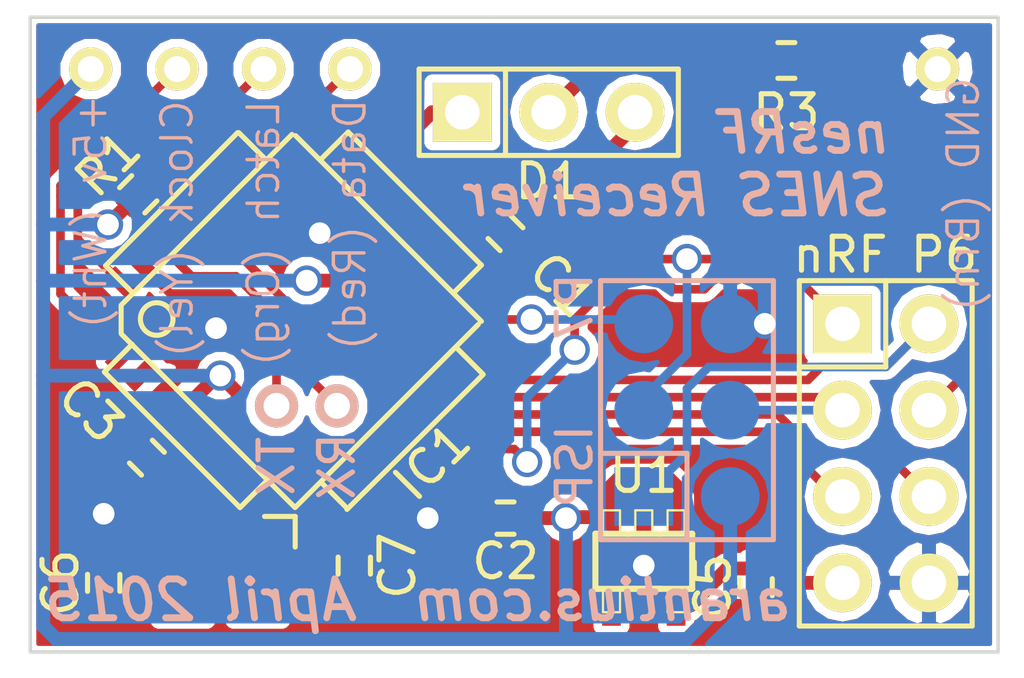
<source format=kicad_pcb>
(kicad_pcb (version 4) (host pcbnew "(2014-10-27 BZR 5228)-product")

  (general
    (links 48)
    (no_connects 0)
    (area 25.349999 25.349999 53.898001 44.119001)
    (thickness 1.6)
    (drawings 7)
    (tracks 184)
    (zones 0)
    (modules 21)
    (nets 21)
  )

  (page User 152.4 101.6)
  (layers
    (0 F.Cu signal)
    (31 B.Cu signal)
    (32 B.Adhes user)
    (33 F.Adhes user)
    (34 B.Paste user)
    (35 F.Paste user)
    (36 B.SilkS user)
    (37 F.SilkS user)
    (38 B.Mask user)
    (39 F.Mask user)
    (40 Dwgs.User user)
    (41 Cmts.User user)
    (42 Eco1.User user)
    (43 Eco2.User user)
    (44 Edge.Cuts user)
    (45 Margin user)
    (46 B.CrtYd user)
    (47 F.CrtYd user)
    (48 B.Fab user hide)
    (49 F.Fab user hide)
  )

  (setup
    (last_trace_width 0.254)
    (trace_clearance 0.254)
    (zone_clearance 0.127)
    (zone_45_only no)
    (trace_min 0.01)
    (segment_width 0.2)
    (edge_width 0.1)
    (via_size 0.889)
    (via_drill 0.635)
    (via_min_size 0.035)
    (via_min_drill 0.508)
    (uvia_size 0.508)
    (uvia_drill 0.127)
    (uvias_allowed no)
    (uvia_min_size 0.02)
    (uvia_min_drill 0.127)
    (pcb_text_width 0.3)
    (pcb_text_size 1.5 1.5)
    (mod_edge_width 0.15)
    (mod_text_size 1 1)
    (mod_text_width 0.15)
    (pad_size 1.4 1.1)
    (pad_drill 0)
    (pad_to_mask_clearance 0)
    (aux_axis_origin 25.4 25.4)
    (visible_elements 7FFFFF7F)
    (pcbplotparams
      (layerselection 0x010fc_80000001)
      (usegerberextensions true)
      (excludeedgelayer true)
      (linewidth 0.100000)
      (plotframeref false)
      (viasonmask false)
      (mode 1)
      (useauxorigin true)
      (hpglpennumber 1)
      (hpglpenspeed 20)
      (hpglpendiameter 15)
      (hpglpenoverlay 2)
      (psnegative false)
      (psa4output false)
      (plotreference true)
      (plotvalue true)
      (plotinvisibletext false)
      (padsonsilk false)
      (subtractmaskfromsilk true)
      (outputformat 1)
      (mirror false)
      (drillshape 0)
      (scaleselection 1)
      (outputdirectory ""))
  )

  (net 0 "")
  (net 1 /Clock)
  (net 2 /Latch)
  (net 3 /~RST)
  (net 4 /MOSI)
  (net 5 /MISO)
  (net 6 /SCK)
  (net 7 /RF_CSN)
  (net 8 /LEDCommon)
  (net 9 +5V)
  (net 10 GND)
  (net 11 /SER_RX)
  (net 12 /SER_TX)
  (net 13 /2.5v)
  (net 14 /Green)
  (net 15 /Yellow)
  (net 16 /Data)
  (net 17 /RF_CE)
  (net 18 /XTAL1)
  (net 19 /XTAL2)
  (net 20 /RF_IRQ)

  (net_class Default "This is the default net class."
    (clearance 0.254)
    (trace_width 0.254)
    (via_dia 0.889)
    (via_drill 0.635)
    (uvia_dia 0.508)
    (uvia_drill 0.127)
    (add_net /Clock)
    (add_net /Data)
    (add_net /Latch)
    (add_net /MISO)
    (add_net /MOSI)
    (add_net /RF_CE)
    (add_net /RF_CSN)
    (add_net /RF_IRQ)
    (add_net /SCK)
    (add_net /SER_RX)
    (add_net /SER_TX)
    (add_net /XTAL1)
    (add_net /XTAL2)
    (add_net /~RST)
  )

  (net_class Power ""
    (clearance 0.254)
    (trace_width 0.4064)
    (via_dia 0.889)
    (via_drill 0.635)
    (uvia_dia 0.508)
    (uvia_drill 0.127)
    (add_net +5V)
    (add_net /2.5v)
    (add_net /Green)
    (add_net /LEDCommon)
    (add_net /Yellow)
    (add_net GND)
  )

  (module nesRF:Small_1x_Pad (layer F.Cu) (tedit 55283DA9) (tstamp 5526FE84)
    (at 27.178 26.924)
    (path /548DB928)
    (fp_text reference P1 (at 0 1.651) (layer F.SilkS) hide
      (effects (font (size 1 1) (thickness 0.15)))
    )
    (fp_text value "+5v (Wht)" (at 0 4.191 90) (layer B.SilkS)
      (effects (font (size 0.9 0.9) (thickness 0.1)) (justify mirror))
    )
    (pad 1 thru_hole circle (at 0 0) (size 1.27 1.27) (drill 0.762) (layers *.Cu *.Mask F.SilkS)
      (net 9 +5V))
  )

  (module Pin_Headers:Pin_Header_Straight_1x03 (layer F.Cu) (tedit 5527294D) (tstamp 5526FE27)
    (at 40.64 28.194)
    (descr "Through hole pin header")
    (tags "pin header")
    (path /548A6224)
    (fp_text reference D1 (at 0 2.032) (layer F.SilkS)
      (effects (font (size 1 1) (thickness 0.15)))
    )
    (fp_text value BI_LED (at 0 -2.6035) (layer F.SilkS) hide
      (effects (font (size 1 1) (thickness 0.15)))
    )
    (fp_line (start -1.27 1.27) (end 3.81 1.27) (layer F.SilkS) (width 0.15))
    (fp_line (start 3.81 1.27) (end 3.81 -1.27) (layer F.SilkS) (width 0.15))
    (fp_line (start 3.81 -1.27) (end -1.27 -1.27) (layer F.SilkS) (width 0.15))
    (fp_line (start -3.81 -1.27) (end -1.27 -1.27) (layer F.SilkS) (width 0.15))
    (fp_line (start -1.27 -1.27) (end -1.27 1.27) (layer F.SilkS) (width 0.15))
    (fp_line (start -3.81 -1.27) (end -3.81 1.27) (layer F.SilkS) (width 0.15))
    (fp_line (start -3.81 1.27) (end -1.27 1.27) (layer F.SilkS) (width 0.15))
    (pad 1 thru_hole rect (at -2.54 0) (size 1.7272 1.7272) (drill 1.016) (layers *.Cu *.Mask F.SilkS)
      (net 15 /Yellow))
    (pad 2 thru_hole oval (at 0 0) (size 1.7272 1.7272) (drill 1.016) (layers *.Cu *.Mask F.SilkS)
      (net 8 /LEDCommon))
    (pad 3 thru_hole oval (at 2.54 0) (size 1.7272 1.7272) (drill 1.016) (layers *.Cu *.Mask F.SilkS)
      (net 14 /Green))
  )

  (module Pin_Headers:Pin_Header_Straight_2x04 (layer F.Cu) (tedit 54A9D829) (tstamp 5526FE3C)
    (at 50.546 38.227 270)
    (descr "Through hole pin header")
    (tags "pin header")
    (path /54890EED)
    (fp_text reference P6 (at -5.842 -1.7145 360) (layer F.SilkS)
      (effects (font (size 1 1) (thickness 0.15)))
    )
    (fp_text value nRF (at -5.842 1.3335 360) (layer F.SilkS)
      (effects (font (size 1 1) (thickness 0.15)))
    )
    (fp_line (start -2.54 2.54) (end 5.08 2.54) (layer F.SilkS) (width 0.15))
    (fp_line (start 5.08 2.54) (end 5.08 -2.54) (layer F.SilkS) (width 0.15))
    (fp_line (start 5.08 -2.54) (end -5.08 -2.54) (layer F.SilkS) (width 0.15))
    (fp_line (start -5.08 -2.54) (end -5.08 0) (layer F.SilkS) (width 0.15))
    (fp_line (start -5.08 2.54) (end -2.54 2.54) (layer F.SilkS) (width 0.15))
    (fp_line (start -5.08 0) (end -2.54 0) (layer F.SilkS) (width 0.15))
    (fp_line (start -2.54 0) (end -2.54 2.54) (layer F.SilkS) (width 0.15))
    (fp_line (start -5.08 2.54) (end -5.08 0) (layer F.SilkS) (width 0.15))
    (pad 1 thru_hole rect (at -3.81 1.27 270) (size 1.7272 1.7272) (drill 1.016) (layers *.Cu *.Mask F.SilkS)
      (net 20 /RF_IRQ))
    (pad 2 thru_hole oval (at -3.81 -1.27 270) (size 1.7272 1.7272) (drill 1.016) (layers *.Cu *.Mask F.SilkS)
      (net 5 /MISO))
    (pad 3 thru_hole oval (at -1.27 1.27 270) (size 1.7272 1.7272) (drill 1.016) (layers *.Cu *.Mask F.SilkS)
      (net 4 /MOSI))
    (pad 4 thru_hole oval (at -1.27 -1.27 270) (size 1.7272 1.7272) (drill 1.016) (layers *.Cu *.Mask F.SilkS)
      (net 6 /SCK))
    (pad 5 thru_hole oval (at 1.27 1.27 270) (size 1.7272 1.7272) (drill 1.016) (layers *.Cu *.Mask F.SilkS)
      (net 7 /RF_CSN))
    (pad 6 thru_hole oval (at 1.27 -1.27 270) (size 1.7272 1.7272) (drill 1.016) (layers *.Cu *.Mask F.SilkS)
      (net 17 /RF_CE))
    (pad 7 thru_hole oval (at 3.81 1.27 270) (size 1.7272 1.7272) (drill 1.016) (layers *.Cu *.Mask F.SilkS)
      (net 13 /2.5v))
    (pad 8 thru_hole oval (at 3.81 -1.27 270) (size 1.7272 1.7272) (drill 1.016) (layers *.Cu *.Mask F.SilkS)
      (net 10 GND))
  )

  (module nesRF:Small_1x_Pad (layer F.Cu) (tedit 55283DC2) (tstamp 5526FE42)
    (at 29.718 26.924)
    (path /548DB59E)
    (fp_text reference P2 (at 0 1.651) (layer F.SilkS) hide
      (effects (font (size 1 1) (thickness 0.15)))
    )
    (fp_text value "Clock (Yel)" (at 0 4.699 90) (layer B.SilkS)
      (effects (font (size 0.9 0.9) (thickness 0.1)) (justify mirror))
    )
    (pad 1 thru_hole circle (at 0 0) (size 1.27 1.27) (drill 0.762) (layers *.Cu *.Mask F.SilkS)
      (net 1 /Clock))
  )

  (module nesRF:Small_1x_Pad (layer F.Cu) (tedit 55283DD4) (tstamp 5526FE48)
    (at 32.258 26.924)
    (path /548DB66E)
    (fp_text reference P3 (at 0 1.651) (layer F.SilkS) hide
      (effects (font (size 1 1) (thickness 0.15)))
    )
    (fp_text value "Latch (Org)" (at 0 4.826 90) (layer B.SilkS)
      (effects (font (size 0.9 0.9) (thickness 0.1)) (justify mirror))
    )
    (pad 1 thru_hole circle (at 0 0) (size 1.27 1.27) (drill 0.762) (layers *.Cu *.Mask F.SilkS)
      (net 2 /Latch))
  )

  (module nesRF:Small_1x_Pad (layer F.Cu) (tedit 55283DE5) (tstamp 5526FE4E)
    (at 34.798 26.924)
    (path /548DB68F)
    (fp_text reference P4 (at 0 1.651) (layer F.SilkS) hide
      (effects (font (size 1 1) (thickness 0.15)))
    )
    (fp_text value "Data (Red)" (at 0 4.572 90) (layer B.SilkS)
      (effects (font (size 0.9 0.9) (thickness 0.1)) (justify mirror))
    )
    (pad 1 thru_hole circle (at 0 0) (size 1.27 1.27) (drill 0.762) (layers *.Cu *.Mask F.SilkS)
      (net 16 /Data))
  )

  (module nesRF:Small_1x_Pad (layer F.Cu) (tedit 55283E10) (tstamp 5526FE54)
    (at 52.07 26.924)
    (path /548DB6FB)
    (fp_text reference P5 (at 0 1.651) (layer F.SilkS) hide
      (effects (font (size 1 1) (thickness 0.15)))
    )
    (fp_text value "GND (Brn)" (at 0.762 3.683 90) (layer B.SilkS)
      (effects (font (size 0.9 0.9) (thickness 0.1)) (justify mirror))
    )
    (pad 1 thru_hole circle (at 0 0) (size 1.27 1.27) (drill 0.762) (layers *.Cu *.Mask F.SilkS)
      (net 10 GND))
  )

  (module nesRF:Small_1x_Pad (layer B.Cu) (tedit 54A9D831) (tstamp 5526FE6D)
    (at 34.417 36.83)
    (path /5495E84E)
    (fp_text reference P8 (at 0 -1.651) (layer B.SilkS) hide
      (effects (font (size 1 1) (thickness 0.15)) (justify mirror))
    )
    (fp_text value RX (at 0 1.778 90) (layer B.SilkS)
      (effects (font (size 1 1) (thickness 0.15)) (justify mirror))
    )
    (pad 1 thru_hole circle (at 0 0) (size 1.27 1.27) (drill 0.762) (layers *.Cu *.Mask B.SilkS)
      (net 11 /SER_RX))
  )

  (module nesRF:Small_1x_Pad (layer B.Cu) (tedit 54A9A2E9) (tstamp 5526FE73)
    (at 32.639 36.83)
    (path /5495E867)
    (fp_text reference P9 (at 0 -1.651) (layer B.SilkS) hide
      (effects (font (size 1 1) (thickness 0.15)) (justify mirror))
    )
    (fp_text value TX (at 0 1.778 270) (layer B.SilkS)
      (effects (font (size 1 1) (thickness 0.15)) (justify mirror))
    )
    (pad 1 thru_hole circle (at 0 0) (size 1.27 1.27) (drill 0.762) (layers *.Cu *.Mask B.SilkS)
      (net 12 /SER_TX))
  )

  (module nesRF:TSX-3225 (layer F.Cu) (tedit 54A9BDE3) (tstamp 55271028)
    (at 30.988 41.783 180)
    (path /55270266)
    (fp_text reference X1 (at 0 2.8 180) (layer F.SilkS) hide
      (effects (font (size 1.5 1.5) (thickness 0.15)))
    )
    (fp_text value CRYSTAL (at 0 -2.5 180) (layer F.SilkS) hide
      (effects (font (size 1.5 1.5) (thickness 0.15)))
    )
    (fp_line (start -1.3 1.7) (end -2.2 1.7) (layer F.SilkS) (width 0.15))
    (fp_line (start -2.2 0.8) (end -2.2 1.7) (layer F.SilkS) (width 0.15))
    (pad "" smd rect (at 1.1 0.8 180) (size 1.4 1.1) (layers F.Cu F.Paste F.Mask))
    (pad 2 smd rect (at 1.1 -0.8 180) (size 1.4 1.1) (layers F.Cu F.Paste F.Mask)
      (net 18 /XTAL1))
    (pad "" smd rect (at -1.1 -0.8 180) (size 1.4 1.1) (layers F.Cu F.Paste F.Mask))
    (pad 1 smd rect (at -1.1 0.8 180) (size 1.4 1.1) (layers F.Cu F.Paste F.Mask)
      (net 19 /XTAL2))
    (model smd/smd_crystal&oscillator/crystal_4pins_smd.wrl
      (at (xyz 0 0 0))
      (scale (xyz 0.225 0.225 0.225))
      (rotate (xyz 0 0 0))
    )
  )

  (module nesRF:TQFP-32 (layer F.Cu) (tedit 552843D4) (tstamp 5528429C)
    (at 33.147 34.29 45)
    (path /548921E2)
    (fp_text reference IC1 (at -0.089803 5.837166 45) (layer F.SilkS)
      (effects (font (size 1 1) (thickness 0.15)))
    )
    (fp_text value ATMEGA328-A (at 0 1.905 45) (layer F.SilkS) hide
      (effects (font (size 1 1) (thickness 0.15)))
    )
    (fp_line (start 5.0292 2.7686) (end 3.8862 2.7686) (layer F.SilkS) (width 0.15))
    (fp_line (start 5.0292 -2.7686) (end 3.9116 -2.7686) (layer F.SilkS) (width 0.15))
    (fp_line (start 5.0292 2.7686) (end 5.0292 -2.7686) (layer F.SilkS) (width 0.15))
    (fp_line (start 2.794 3.9624) (end 2.794 5.0546) (layer F.SilkS) (width 0.15))
    (fp_line (start -2.8194 3.9878) (end -2.8194 5.0546) (layer F.SilkS) (width 0.15))
    (fp_line (start -2.8448 5.0546) (end 2.794 5.08) (layer F.SilkS) (width 0.15))
    (fp_line (start -2.794 -5.0292) (end 2.7178 -5.0546) (layer F.SilkS) (width 0.15))
    (fp_line (start -3.8862 -3.2766) (end -3.8862 3.9116) (layer F.SilkS) (width 0.15))
    (fp_line (start 2.7432 -5.0292) (end 2.7432 -3.9878) (layer F.SilkS) (width 0.15))
    (fp_line (start -3.2512 -3.8862) (end 3.81 -3.8862) (layer F.SilkS) (width 0.15))
    (fp_line (start 3.8608 3.937) (end 3.8608 -3.7846) (layer F.SilkS) (width 0.15))
    (fp_line (start -3.8862 3.937) (end 3.7338 3.937) (layer F.SilkS) (width 0.15))
    (fp_line (start -5.0292 -2.8448) (end -5.0292 2.794) (layer F.SilkS) (width 0.15))
    (fp_line (start -5.0292 2.794) (end -3.8862 2.794) (layer F.SilkS) (width 0.15))
    (fp_line (start -3.87604 -3.302) (end -3.29184 -3.8862) (layer F.SilkS) (width 0.15))
    (fp_line (start -5.02412 -2.8448) (end -3.87604 -2.8448) (layer F.SilkS) (width 0.15))
    (fp_line (start -2.794 -3.8862) (end -2.794 -5.03428) (layer F.SilkS) (width 0.15))
    (fp_circle (center -2.83972 -2.86004) (end -2.43332 -2.60604) (layer F.SilkS) (width 0.15))
    (pad 8 smd rect (at -4.31584 2.77622 45) (size 1 0.44958) (layers F.Cu F.Paste F.Mask)
      (net 19 /XTAL2))
    (pad 7 smd rect (at -4.31584 1.97612 45) (size 1 0.44958) (layers F.Cu F.Paste F.Mask)
      (net 18 /XTAL1))
    (pad 6 smd rect (at -4.31584 1.17602 45) (size 1 0.44958) (layers F.Cu F.Paste F.Mask)
      (net 9 +5V))
    (pad 5 smd rect (at -4.31584 0.37592 45) (size 1 0.44958) (layers F.Cu F.Paste F.Mask)
      (net 10 GND))
    (pad 4 smd rect (at -4.31584 -0.42418 45) (size 1 0.44958) (layers F.Cu F.Paste F.Mask)
      (net 9 +5V))
    (pad 3 smd rect (at -4.31584 -1.22428 45) (size 1 0.44958) (layers F.Cu F.Paste F.Mask)
      (net 10 GND))
    (pad 2 smd rect (at -4.31584 -2.02438 45) (size 1 0.44958) (layers F.Cu F.Paste F.Mask))
    (pad 1 smd rect (at -4.31584 -2.82448 45) (size 1 0.44958) (layers F.Cu F.Paste F.Mask)
      (net 1 /Clock))
    (pad 24 smd rect (at 4.2498 -2.8194 45) (size 1 0.44958) (layers F.Cu F.Paste F.Mask)
      (net 15 /Yellow))
    (pad 17 smd rect (at 4.2498 2.794 45) (size 1 0.44958) (layers F.Cu F.Paste F.Mask)
      (net 6 /SCK))
    (pad 18 smd rect (at 4.2498 1.9812 45) (size 1 0.44958) (layers F.Cu F.Paste F.Mask)
      (net 9 +5V))
    (pad 19 smd rect (at 4.2498 1.1684 45) (size 1 0.44958) (layers F.Cu F.Paste F.Mask))
    (pad 20 smd rect (at 4.2498 0.381 45) (size 1 0.44958) (layers F.Cu F.Paste F.Mask))
    (pad 21 smd rect (at 4.2498 -0.4318 45) (size 1 0.44958) (layers F.Cu F.Paste F.Mask)
      (net 10 GND))
    (pad 22 smd rect (at 4.2498 -1.2192 45) (size 1 0.44958) (layers F.Cu F.Paste F.Mask))
    (pad 23 smd rect (at 4.2498 -2.032 45) (size 1 0.44958) (layers F.Cu F.Paste F.Mask)
      (net 14 /Green))
    (pad 32 smd rect (at -2.82448 -4.326 45) (size 0.44958 1) (layers F.Cu F.Paste F.Mask)
      (net 2 /Latch))
    (pad 31 smd rect (at -2.02692 -4.326 45) (size 0.44958 1) (layers F.Cu F.Paste F.Mask)
      (net 12 /SER_TX))
    (pad 30 smd rect (at -1.22428 -4.326 45) (size 0.44958 1) (layers F.Cu F.Paste F.Mask)
      (net 11 /SER_RX))
    (pad 29 smd rect (at -0.42672 -4.326 45) (size 0.44958 1) (layers F.Cu F.Paste F.Mask)
      (net 3 /~RST))
    (pad 28 smd rect (at 0.37592 -4.326 45) (size 0.44958 1) (layers F.Cu F.Paste F.Mask))
    (pad 27 smd rect (at 1.17348 -4.326 45) (size 0.44958 1) (layers F.Cu F.Paste F.Mask))
    (pad 26 smd rect (at 1.97612 -4.326 45) (size 0.44958 1) (layers F.Cu F.Paste F.Mask))
    (pad 25 smd rect (at 2.77368 -4.326 45) (size 0.44958 1) (layers F.Cu F.Paste F.Mask)
      (net 16 /Data))
    (pad 9 smd rect (at -2.8194 4.2752 45) (size 0.44958 1) (layers F.Cu F.Paste F.Mask))
    (pad 10 smd rect (at -2.032 4.2752 45) (size 0.44958 1) (layers F.Cu F.Paste F.Mask))
    (pad 11 smd rect (at -1.2192 4.2752 45) (size 0.44958 1) (layers F.Cu F.Paste F.Mask))
    (pad 12 smd rect (at -0.4318 4.2752 45) (size 0.44958 1) (layers F.Cu F.Paste F.Mask)
      (net 20 /RF_IRQ))
    (pad 13 smd rect (at 0.3556 4.2752 45) (size 0.44958 1) (layers F.Cu F.Paste F.Mask)
      (net 7 /RF_CSN))
    (pad 14 smd rect (at 1.1684 4.2752 45) (size 0.44958 1) (layers F.Cu F.Paste F.Mask)
      (net 17 /RF_CE))
    (pad 15 smd rect (at 1.9812 4.2752 45) (size 0.44958 1) (layers F.Cu F.Paste F.Mask)
      (net 4 /MOSI))
    (pad 16 smd rect (at 2.794 4.2752 45) (size 0.44958 1) (layers F.Cu F.Paste F.Mask)
      (net 5 /MISO))
    (model smd/tqfp32.wrl
      (at (xyz 0 0 0))
      (scale (xyz 1 1 1))
      (rotate (xyz 0 0 0))
    )
  )

  (module Capacitors_SMD:C_0402 (layer F.Cu) (tedit 55283E3C) (tstamp 5526FE91)
    (at 27.559 42.037 270)
    (descr "Capacitor SMD 0402, reflow soldering, AVX (see smccp.pdf)")
    (tags "capacitor 0402")
    (path /55270662)
    (attr smd)
    (fp_text reference C6 (at 0 1.27 270) (layer F.SilkS)
      (effects (font (size 1 1) (thickness 0.15)))
    )
    (fp_text value 22p (at 0 1.7 270) (layer F.Fab) hide
      (effects (font (size 1 1) (thickness 0.15)))
    )
    (fp_line (start -1.15 -0.6) (end 1.15 -0.6) (layer F.CrtYd) (width 0.05))
    (fp_line (start -1.15 0.6) (end 1.15 0.6) (layer F.CrtYd) (width 0.05))
    (fp_line (start -1.15 -0.6) (end -1.15 0.6) (layer F.CrtYd) (width 0.05))
    (fp_line (start 1.15 -0.6) (end 1.15 0.6) (layer F.CrtYd) (width 0.05))
    (fp_line (start 0.25 -0.475) (end -0.25 -0.475) (layer F.SilkS) (width 0.15))
    (fp_line (start -0.25 0.475) (end 0.25 0.475) (layer F.SilkS) (width 0.15))
    (pad 1 smd rect (at -0.55 0 270) (size 0.6 0.5) (layers F.Cu F.Paste F.Mask)
      (net 10 GND))
    (pad 2 smd rect (at 0.55 0 270) (size 0.6 0.5) (layers F.Cu F.Paste F.Mask)
      (net 18 /XTAL1))
    (model Capacitors_SMD/C_0402E.wrl
      (at (xyz 0 0 0))
      (scale (xyz 1 1 1))
      (rotate (xyz 0 0 0))
    )
  )

  (module Capacitors_SMD:C_0402 (layer F.Cu) (tedit 55284009) (tstamp 55270EF3)
    (at 34.925 41.529 90)
    (descr "Capacitor SMD 0402, reflow soldering, AVX (see smccp.pdf)")
    (tags "capacitor 0402")
    (path /5527061D)
    (attr smd)
    (fp_text reference C7 (at 0 1.27 90) (layer F.SilkS)
      (effects (font (size 1 1) (thickness 0.15)))
    )
    (fp_text value 22p (at 0 1.7 90) (layer F.Fab) hide
      (effects (font (size 1 1) (thickness 0.15)))
    )
    (fp_line (start -1.15 -0.6) (end 1.15 -0.6) (layer F.CrtYd) (width 0.05))
    (fp_line (start -1.15 0.6) (end 1.15 0.6) (layer F.CrtYd) (width 0.05))
    (fp_line (start -1.15 -0.6) (end -1.15 0.6) (layer F.CrtYd) (width 0.05))
    (fp_line (start 1.15 -0.6) (end 1.15 0.6) (layer F.CrtYd) (width 0.05))
    (fp_line (start 0.25 -0.475) (end -0.25 -0.475) (layer F.SilkS) (width 0.15))
    (fp_line (start -0.25 0.475) (end 0.25 0.475) (layer F.SilkS) (width 0.15))
    (pad 1 smd rect (at -0.55 0 90) (size 0.6 0.5) (layers F.Cu F.Paste F.Mask)
      (net 10 GND))
    (pad 2 smd rect (at 0.55 0 90) (size 0.6 0.5) (layers F.Cu F.Paste F.Mask)
      (net 19 /XTAL2))
    (model Capacitors_SMD/C_0402E.wrl
      (at (xyz 0 0 0))
      (scale (xyz 1 1 1))
      (rotate (xyz 0 0 0))
    )
  )

  (module Capacitors_SMD:C_0402 (layer F.Cu) (tedit 552840D6) (tstamp 55270CB3)
    (at 39.37 31.75 315)
    (descr "Capacitor SMD 0402, reflow soldering, AVX (see smccp.pdf)")
    (tags "capacitor 0402")
    (path /54890E48)
    (attr smd)
    (fp_text reference C1 (at 2.245064 -0.089803 315) (layer F.SilkS)
      (effects (font (size 1 1) (thickness 0.15)))
    )
    (fp_text value 0.1u (at 0 1.7 315) (layer F.Fab) hide
      (effects (font (size 1 1) (thickness 0.15)))
    )
    (fp_line (start -1.15 -0.6) (end 1.15 -0.6) (layer F.CrtYd) (width 0.05))
    (fp_line (start -1.15 0.6) (end 1.15 0.6) (layer F.CrtYd) (width 0.05))
    (fp_line (start -1.15 -0.6) (end -1.15 0.6) (layer F.CrtYd) (width 0.05))
    (fp_line (start 1.15 -0.6) (end 1.15 0.6) (layer F.CrtYd) (width 0.05))
    (fp_line (start 0.25 -0.475) (end -0.25 -0.475) (layer F.SilkS) (width 0.15))
    (fp_line (start -0.25 0.475) (end 0.25 0.475) (layer F.SilkS) (width 0.15))
    (pad 1 smd rect (at -0.55 0 315) (size 0.6 0.5) (layers F.Cu F.Paste F.Mask)
      (net 9 +5V))
    (pad 2 smd rect (at 0.55 0 315) (size 0.6 0.5) (layers F.Cu F.Paste F.Mask)
      (net 10 GND))
    (model Capacitors_SMD/C_0402E.wrl
      (at (xyz 0 0 0))
      (scale (xyz 1 1 1))
      (rotate (xyz 0 0 0))
    )
  )

  (module Capacitors_SMD:C_0402 (layer F.Cu) (tedit 5527102C) (tstamp 5526FEAC)
    (at 39.37 40.132)
    (descr "Capacitor SMD 0402, reflow soldering, AVX (see smccp.pdf)")
    (tags "capacitor 0402")
    (path /54891DF6)
    (attr smd)
    (fp_text reference C2 (at 0 1.27) (layer F.SilkS)
      (effects (font (size 1 1) (thickness 0.15)))
    )
    (fp_text value 0.1u (at 0 1.7) (layer F.Fab) hide
      (effects (font (size 1 1) (thickness 0.15)))
    )
    (fp_line (start -1.15 -0.6) (end 1.15 -0.6) (layer F.CrtYd) (width 0.05))
    (fp_line (start -1.15 0.6) (end 1.15 0.6) (layer F.CrtYd) (width 0.05))
    (fp_line (start -1.15 -0.6) (end -1.15 0.6) (layer F.CrtYd) (width 0.05))
    (fp_line (start 1.15 -0.6) (end 1.15 0.6) (layer F.CrtYd) (width 0.05))
    (fp_line (start 0.25 -0.475) (end -0.25 -0.475) (layer F.SilkS) (width 0.15))
    (fp_line (start -0.25 0.475) (end 0.25 0.475) (layer F.SilkS) (width 0.15))
    (pad 1 smd rect (at -0.55 0) (size 0.6 0.5) (layers F.Cu F.Paste F.Mask)
      (net 10 GND))
    (pad 2 smd rect (at 0.55 0) (size 0.6 0.5) (layers F.Cu F.Paste F.Mask)
      (net 9 +5V))
    (model Capacitors_SMD/C_0402E.wrl
      (at (xyz 0 0 0))
      (scale (xyz 1 1 1))
      (rotate (xyz 0 0 0))
    )
  )

  (module Capacitors_SMD:C_0402 (layer F.Cu) (tedit 552729FE) (tstamp 55284191)
    (at 28.829 38.354 315)
    (descr "Capacitor SMD 0402, reflow soldering, AVX (see smccp.pdf)")
    (tags "capacitor 0402")
    (path /548DB3A2)
    (attr smd)
    (fp_text reference C3 (at -2.155261 0.179605 315) (layer F.SilkS)
      (effects (font (size 1 1) (thickness 0.15)))
    )
    (fp_text value 0.1u (at 0 1.7 315) (layer F.Fab) hide
      (effects (font (size 1 1) (thickness 0.15)))
    )
    (fp_line (start -1.15 -0.6) (end 1.15 -0.6) (layer F.CrtYd) (width 0.05))
    (fp_line (start -1.15 0.6) (end 1.15 0.6) (layer F.CrtYd) (width 0.05))
    (fp_line (start -1.15 -0.6) (end -1.15 0.6) (layer F.CrtYd) (width 0.05))
    (fp_line (start 1.15 -0.6) (end 1.15 0.6) (layer F.CrtYd) (width 0.05))
    (fp_line (start 0.25 -0.475) (end -0.25 -0.475) (layer F.SilkS) (width 0.15))
    (fp_line (start -0.25 0.475) (end 0.25 0.475) (layer F.SilkS) (width 0.15))
    (pad 1 smd rect (at -0.55 0 315) (size 0.6 0.5) (layers F.Cu F.Paste F.Mask)
      (net 9 +5V))
    (pad 2 smd rect (at 0.55 0 315) (size 0.6 0.5) (layers F.Cu F.Paste F.Mask)
      (net 10 GND))
    (model Capacitors_SMD/C_0402E.wrl
      (at (xyz 0 0 0))
      (scale (xyz 1 1 1))
      (rotate (xyz 0 0 0))
    )
  )

  (module Capacitors_SMD:C_0402 (layer F.Cu) (tedit 55283EEE) (tstamp 55283F2B)
    (at 46.736 42.164 90)
    (descr "Capacitor SMD 0402, reflow soldering, AVX (see smccp.pdf)")
    (tags "capacitor 0402")
    (path /548FB6E3)
    (attr smd)
    (fp_text reference C5 (at 0 -1.27 90) (layer F.SilkS)
      (effects (font (size 1 1) (thickness 0.15)))
    )
    (fp_text value 1u (at 0 1.7 90) (layer F.Fab) hide
      (effects (font (size 1 1) (thickness 0.15)))
    )
    (fp_line (start -1.15 -0.6) (end 1.15 -0.6) (layer F.CrtYd) (width 0.05))
    (fp_line (start -1.15 0.6) (end 1.15 0.6) (layer F.CrtYd) (width 0.05))
    (fp_line (start -1.15 -0.6) (end -1.15 0.6) (layer F.CrtYd) (width 0.05))
    (fp_line (start 1.15 -0.6) (end 1.15 0.6) (layer F.CrtYd) (width 0.05))
    (fp_line (start 0.25 -0.475) (end -0.25 -0.475) (layer F.SilkS) (width 0.15))
    (fp_line (start -0.25 0.475) (end 0.25 0.475) (layer F.SilkS) (width 0.15))
    (pad 1 smd rect (at -0.55 0 90) (size 0.6 0.5) (layers F.Cu F.Paste F.Mask)
      (net 10 GND))
    (pad 2 smd rect (at 0.55 0 90) (size 0.6 0.5) (layers F.Cu F.Paste F.Mask)
      (net 13 /2.5v))
    (model Capacitors_SMD/C_0402E.wrl
      (at (xyz 0 0 0))
      (scale (xyz 1 1 1))
      (rotate (xyz 0 0 0))
    )
  )

  (module Resistors_SMD:R_0402 (layer F.Cu) (tedit 5528499C) (tstamp 5526FEC8)
    (at 28.575 30.607 225)
    (descr "Resistor SMD 0402, reflow soldering, Vishay (see dcrcw.pdf)")
    (tags "resistor 0402")
    (path /54891382)
    (attr smd)
    (fp_text reference R1 (at 0 1.257236 225) (layer F.SilkS)
      (effects (font (size 1 1) (thickness 0.15)))
    )
    (fp_text value 10k (at 0 1.8 225) (layer F.Fab) hide
      (effects (font (size 1 1) (thickness 0.15)))
    )
    (fp_line (start -0.95 -0.65) (end 0.95 -0.65) (layer F.CrtYd) (width 0.05))
    (fp_line (start -0.95 0.65) (end 0.95 0.65) (layer F.CrtYd) (width 0.05))
    (fp_line (start -0.95 -0.65) (end -0.95 0.65) (layer F.CrtYd) (width 0.05))
    (fp_line (start 0.95 -0.65) (end 0.95 0.65) (layer F.CrtYd) (width 0.05))
    (fp_line (start 0.25 -0.525) (end -0.25 -0.525) (layer F.SilkS) (width 0.15))
    (fp_line (start -0.25 0.525) (end 0.25 0.525) (layer F.SilkS) (width 0.15))
    (pad 1 smd rect (at -0.45 0 225) (size 0.4 0.6) (layers F.Cu F.Paste F.Mask)
      (net 3 /~RST))
    (pad 2 smd rect (at 0.45 0 225) (size 0.4 0.6) (layers F.Cu F.Paste F.Mask)
      (net 9 +5V))
    (model Resistors_SMD/R_0402.wrl
      (at (xyz 0 0 0))
      (scale (xyz 1 1 1))
      (rotate (xyz 0 0 0))
    )
  )

  (module Resistors_SMD:R_0402 (layer F.Cu) (tedit 55270469) (tstamp 5526FED6)
    (at 47.625 26.67)
    (descr "Resistor SMD 0402, reflow soldering, Vishay (see dcrcw.pdf)")
    (tags "resistor 0402")
    (path /548A749B)
    (attr smd)
    (fp_text reference R3 (at 0 1.524) (layer F.SilkS)
      (effects (font (size 1 1) (thickness 0.15)))
    )
    (fp_text value 180 (at 0 1.8) (layer F.Fab) hide
      (effects (font (size 1 1) (thickness 0.15)))
    )
    (fp_line (start -0.95 -0.65) (end 0.95 -0.65) (layer F.CrtYd) (width 0.05))
    (fp_line (start -0.95 0.65) (end 0.95 0.65) (layer F.CrtYd) (width 0.05))
    (fp_line (start -0.95 -0.65) (end -0.95 0.65) (layer F.CrtYd) (width 0.05))
    (fp_line (start 0.95 -0.65) (end 0.95 0.65) (layer F.CrtYd) (width 0.05))
    (fp_line (start 0.25 -0.525) (end -0.25 -0.525) (layer F.SilkS) (width 0.15))
    (fp_line (start -0.25 0.525) (end 0.25 0.525) (layer F.SilkS) (width 0.15))
    (pad 1 smd rect (at -0.45 0) (size 0.4 0.6) (layers F.Cu F.Paste F.Mask)
      (net 8 /LEDCommon))
    (pad 2 smd rect (at 0.45 0) (size 0.4 0.6) (layers F.Cu F.Paste F.Mask)
      (net 10 GND))
    (model Resistors_SMD/R_0402.wrl
      (at (xyz 0 0 0))
      (scale (xyz 1 1 1))
      (rotate (xyz 0 0 0))
    )
  )

  (module nesRF:SOT23-5 (layer F.Cu) (tedit 5527115C) (tstamp 552722BD)
    (at 43.434 41.402 180)
    (descr "SMALL OUTLINE TRANSISTOR")
    (tags "SMALL OUTLINE TRANSISTOR")
    (path /548916E3)
    (attr smd)
    (fp_text reference U1 (at 0 2.54 180) (layer F.SilkS)
      (effects (font (size 1 1) (thickness 0.15)))
    )
    (fp_text value TCR2EF (at 1.905 2.54 180) (layer F.SilkS) hide
      (effects (font (size 1.27 1.27) (thickness 0.0889)))
    )
    (fp_line (start -1.19888 1.4986) (end -0.6985 1.4986) (layer F.SilkS) (width 0.06604))
    (fp_line (start -0.6985 1.4986) (end -0.6985 0.84836) (layer F.SilkS) (width 0.06604))
    (fp_line (start -1.19888 0.84836) (end -0.6985 0.84836) (layer F.SilkS) (width 0.06604))
    (fp_line (start -1.19888 1.4986) (end -1.19888 0.84836) (layer F.SilkS) (width 0.06604))
    (fp_line (start -0.24892 1.4986) (end 0.24892 1.4986) (layer F.SilkS) (width 0.06604))
    (fp_line (start 0.24892 1.4986) (end 0.24892 0.84836) (layer F.SilkS) (width 0.06604))
    (fp_line (start -0.24892 0.84836) (end 0.24892 0.84836) (layer F.SilkS) (width 0.06604))
    (fp_line (start -0.24892 1.4986) (end -0.24892 0.84836) (layer F.SilkS) (width 0.06604))
    (fp_line (start 0.6985 1.4986) (end 1.19888 1.4986) (layer F.SilkS) (width 0.06604))
    (fp_line (start 1.19888 1.4986) (end 1.19888 0.84836) (layer F.SilkS) (width 0.06604))
    (fp_line (start 0.6985 0.84836) (end 1.19888 0.84836) (layer F.SilkS) (width 0.06604))
    (fp_line (start 0.6985 1.4986) (end 0.6985 0.84836) (layer F.SilkS) (width 0.06604))
    (fp_line (start 0.6985 -0.84836) (end 1.19888 -0.84836) (layer F.SilkS) (width 0.06604))
    (fp_line (start 1.19888 -0.84836) (end 1.19888 -1.4986) (layer F.SilkS) (width 0.06604))
    (fp_line (start 0.6985 -1.4986) (end 1.19888 -1.4986) (layer F.SilkS) (width 0.06604))
    (fp_line (start 0.6985 -0.84836) (end 0.6985 -1.4986) (layer F.SilkS) (width 0.06604))
    (fp_line (start -1.19888 -0.84836) (end -0.6985 -0.84836) (layer F.SilkS) (width 0.06604))
    (fp_line (start -0.6985 -0.84836) (end -0.6985 -1.4986) (layer F.SilkS) (width 0.06604))
    (fp_line (start -1.19888 -1.4986) (end -0.6985 -1.4986) (layer F.SilkS) (width 0.06604))
    (fp_line (start -1.19888 -0.84836) (end -1.19888 -1.4986) (layer F.SilkS) (width 0.06604))
    (fp_line (start 1.4224 -0.81026) (end 1.4224 0.81026) (layer F.SilkS) (width 0.1778))
    (fp_line (start 1.4224 0.81026) (end -1.4224 0.81026) (layer F.SilkS) (width 0.1778))
    (fp_line (start -1.4224 0.81026) (end -1.4224 -0.81026) (layer F.SilkS) (width 0.1778))
    (fp_line (start -1.4224 -0.81026) (end 1.4224 -0.81026) (layer F.SilkS) (width 0.1778))
    (fp_line (start -0.5207 -0.81026) (end 0.5207 -0.81026) (layer F.SilkS) (width 0.1778))
    (fp_line (start -0.42672 0.81026) (end -0.5207 0.81026) (layer F.SilkS) (width 0.1778))
    (fp_line (start 0.5207 0.81026) (end 0.42672 0.81026) (layer F.SilkS) (width 0.1778))
    (fp_line (start -1.32588 0.81026) (end -1.4224 0.81026) (layer F.SilkS) (width 0.1778))
    (fp_line (start 1.4224 0.81026) (end 1.32588 0.81026) (layer F.SilkS) (width 0.1778))
    (fp_line (start 1.32588 -0.81026) (end 1.4224 -0.81026) (layer F.SilkS) (width 0.1778))
    (fp_line (start -1.4224 -0.81026) (end -1.32588 -0.81026) (layer F.SilkS) (width 0.1778))
    (pad 1 smd rect (at -0.94996 1.29794 180) (size 0.54864 1.19888) (layers F.Cu F.Paste F.Mask)
      (net 9 +5V))
    (pad 2 smd rect (at 0 1.29794 180) (size 0.54864 1.19888) (layers F.Cu F.Paste F.Mask)
      (net 10 GND))
    (pad 3 smd rect (at 0.94996 1.29794 180) (size 0.54864 1.19888) (layers F.Cu F.Paste F.Mask)
      (net 9 +5V))
    (pad 4 smd rect (at 0.94996 -1.29794 180) (size 0.54864 1.19888) (layers F.Cu F.Paste F.Mask))
    (pad 5 smd rect (at -0.94996 -1.29794 180) (size 0.54864 1.19888) (layers F.Cu F.Paste F.Mask)
      (net 13 /2.5v))
    (model smd/SOT23_5.wrl
      (at (xyz 0 0 0))
      (scale (xyz 0.1 0.1 0.1))
      (rotate (xyz 0 0 0))
    )
  )

  (module nesRF:ISP_POGO (layer B.Cu) (tedit 55284627) (tstamp 55284639)
    (at 44.704 36.957 90)
    (descr "Through hole pin header")
    (tags "pin header")
    (path /5489134F)
    (fp_text reference P7 (at 3.048 -3.302 90) (layer B.SilkS)
      (effects (font (size 1 1) (thickness 0.15)) (justify mirror))
    )
    (fp_text value ISP (at -1.651 -3.302 90) (layer B.SilkS)
      (effects (font (size 1 1) (thickness 0.15)) (justify mirror))
    )
    (fp_line (start -3.81 0) (end -1.27 0) (layer B.SilkS) (width 0.15))
    (fp_line (start -1.27 0) (end -1.27 -2.54) (layer B.SilkS) (width 0.15))
    (fp_line (start -3.81 -2.54) (end 3.81 -2.54) (layer B.SilkS) (width 0.15))
    (fp_line (start 3.81 -2.54) (end 3.81 2.54) (layer B.SilkS) (width 0.15))
    (fp_line (start 3.81 2.54) (end -1.27 2.54) (layer B.SilkS) (width 0.15))
    (fp_line (start -3.81 -2.54) (end -3.81 0) (layer B.SilkS) (width 0.15))
    (fp_line (start -3.81 2.54) (end -3.81 0) (layer B.SilkS) (width 0.15))
    (fp_line (start -1.27 2.54) (end -3.81 2.54) (layer B.SilkS) (width 0.15))
    (pad 1 smd rect (at -2.54 -1.27 90) (size 1.7272 1.7272) (layers B.Cu B.Mask)
      (net 5 /MISO))
    (pad 2 smd oval (at -2.54 1.27 90) (size 1.7272 1.7272) (layers B.Cu B.Mask)
      (net 9 +5V))
    (pad 3 smd oval (at 0 -1.27 90) (size 1.7272 1.7272) (layers B.Cu B.Mask)
      (net 6 /SCK))
    (pad 4 smd oval (at 0 1.27 90) (size 1.7272 1.7272) (layers B.Cu B.Mask)
      (net 4 /MOSI))
    (pad 5 smd oval (at 2.54 -1.27 90) (size 1.7272 1.7272) (layers B.Cu B.Mask)
      (net 3 /~RST))
    (pad 6 smd oval (at 2.54 1.27 90) (size 1.7272 1.7272) (layers B.Cu B.Mask)
      (net 10 GND))
  )

  (gr_text "nesRF\nSNES Receiver" (at 50.8 29.718) (layer B.SilkS)
    (effects (font (size 1.143 1.143) (thickness 0.2032) italic) (justify left mirror))
  )
  (gr_text "arantius.com  April 2015" (at 36.83 42.545) (layer B.SilkS)
    (effects (font (size 1.143 1.143) (thickness 0.2032) italic) (justify mirror))
  )
  (gr_line (start 38.862 25.4) (end 53.848 25.4) (angle 90) (layer Edge.Cuts) (width 0.1))
  (gr_line (start 25.4 44.069) (end 25.4 25.4) (angle 90) (layer Edge.Cuts) (width 0.1))
  (gr_line (start 53.848 44.069) (end 25.4 44.069) (angle 90) (layer Edge.Cuts) (width 0.1))
  (gr_line (start 25.4 25.4) (end 38.862 25.4) (angle 90) (layer Edge.Cuts) (width 0.1))
  (gr_line (start 53.848 25.4) (end 53.848 44.069) (angle 90) (layer Edge.Cuts) (width 0.1) (tstamp 548DC8FD))

  (segment (start 29.718 26.924) (end 26.288998 30.353002) (width 0.254) (layer F.Cu) (net 1))
  (segment (start 26.288998 33.535518) (end 26.288998 30.650578) (width 0.254) (layer F.Cu) (net 1) (tstamp 5528440B))
  (segment (start 26.288998 33.535518) (end 28.098031 35.344551) (width 0.254) (layer F.Cu) (net 1))
  (segment (start 26.288998 30.353002) (end 26.288998 30.650578) (width 0.254) (layer F.Cu) (net 1) (tstamp 552848C7))
  (segment (start 29.083 28.575) (end 29.591 28.067) (width 0.254) (layer F.Cu) (net 2))
  (segment (start 31.115 28.067) (end 32.258 26.924) (width 0.254) (layer F.Cu) (net 2) (tstamp 552848CF))
  (segment (start 29.591 28.067) (end 31.115 28.067) (width 0.254) (layer F.Cu) (net 2) (tstamp 552848CE))
  (segment (start 26.797 31.934418) (end 26.797 30.861) (width 0.254) (layer F.Cu) (net 2) (tstamp 552843FF))
  (segment (start 26.797 30.861) (end 29.083 28.575) (width 0.254) (layer F.Cu) (net 2) (tstamp 55284400))
  (segment (start 29.083 28.575) (end 28.956 28.702) (width 0.254) (layer F.Cu) (net 2) (tstamp 552848CC))
  (segment (start 28.090847 33.228265) (end 26.797 31.934418) (width 0.254) (layer F.Cu) (net 2))
  (segment (start 29.786319 31.532793) (end 29.337 31.083474) (width 0.254) (layer F.Cu) (net 3))
  (segment (start 29.337 30.732604) (end 28.893198 30.288802) (width 0.254) (layer F.Cu) (net 3) (tstamp 55284526))
  (segment (start 29.337 31.083474) (end 29.337 30.732604) (width 0.254) (layer F.Cu) (net 3) (tstamp 55284523))
  (segment (start 43.434 34.417) (end 43.307 34.29) (width 0.254) (layer B.Cu) (net 3))
  (segment (start 43.307 34.29) (end 40.132 34.29) (width 0.254) (layer B.Cu) (net 3) (tstamp 5528446D))
  (via (at 40.132 34.29) (size 0.889) (layers F.Cu B.Cu) (net 3))
  (segment (start 40.132 34.29) (end 33.440848 34.29) (width 0.254) (layer F.Cu) (net 3) (tstamp 5528446F))
  (segment (start 33.440848 34.29) (end 31.662844 32.511996) (width 0.254) (layer F.Cu) (net 3) (tstamp 55284470))
  (segment (start 31.662844 32.511996) (end 30.765522 32.511996) (width 0.254) (layer F.Cu) (net 3) (tstamp 55284471))
  (segment (start 30.765522 32.511996) (end 29.786319 31.532793) (width 0.254) (layer F.Cu) (net 3) (tstamp 55284472))
  (segment (start 37.570943 35.912103) (end 38.234836 36.575996) (width 0.254) (layer F.Cu) (net 4))
  (segment (start 38.234836 36.575996) (end 48.894996 36.575996) (width 0.254) (layer F.Cu) (net 4) (tstamp 552846B1))
  (segment (start 48.894996 36.575996) (end 49.276 36.957) (width 0.254) (layer F.Cu) (net 4) (tstamp 552846B3))
  (segment (start 49.276 36.957) (end 45.974 36.957) (width 0.254) (layer B.Cu) (net 4))
  (segment (start 38.145679 35.337367) (end 38.876306 36.067994) (width 0.254) (layer F.Cu) (net 5))
  (segment (start 50.546 35.687) (end 51.816 34.417) (width 0.254) (layer F.Cu) (net 5) (tstamp 552846C3))
  (segment (start 48.641 35.687) (end 50.546 35.687) (width 0.254) (layer F.Cu) (net 5) (tstamp 552846BE))
  (segment (start 48.260006 36.067994) (end 48.641 35.687) (width 0.254) (layer F.Cu) (net 5) (tstamp 552846BC))
  (segment (start 38.876306 36.067994) (end 48.260006 36.067994) (width 0.254) (layer F.Cu) (net 5) (tstamp 552846BB))
  (segment (start 50.546 35.687) (end 45.339 35.687) (width 0.254) (layer B.Cu) (net 5) (tstamp 55284353))
  (segment (start 45.339 35.687) (end 44.704 36.322) (width 0.254) (layer B.Cu) (net 5) (tstamp 55284355))
  (segment (start 44.704 36.322) (end 44.704 38.227) (width 0.254) (layer B.Cu) (net 5) (tstamp 55284356))
  (segment (start 44.704 38.227) (end 43.434 39.497) (width 0.254) (layer B.Cu) (net 5) (tstamp 55284357))
  (segment (start 51.816 34.417) (end 50.546 35.687) (width 0.254) (layer B.Cu) (net 5))
  (segment (start 43.434 36.576) (end 43.434 36.957) (width 0.254) (layer B.Cu) (net 6) (tstamp 55284360))
  (segment (start 40.018406 33.260594) (end 40.767 32.512) (width 0.254) (layer F.Cu) (net 6) (tstamp 5528435B))
  (segment (start 40.767 32.512) (end 44.704 32.512) (width 0.254) (layer F.Cu) (net 6) (tstamp 5528435C))
  (via (at 44.704 32.512) (size 0.889) (layers F.Cu B.Cu) (net 6))
  (segment (start 44.704 32.512) (end 44.704 35.306) (width 0.254) (layer B.Cu) (net 6) (tstamp 5528435E))
  (segment (start 44.704 35.306) (end 43.434 36.576) (width 0.254) (layer B.Cu) (net 6) (tstamp 5528435F))
  (segment (start 38.127719 33.260594) (end 40.018406 33.260594) (width 0.254) (layer F.Cu) (net 6))
  (segment (start 51.943 32.512) (end 53.213 33.782) (width 0.254) (layer F.Cu) (net 6) (tstamp 55284364))
  (segment (start 53.213 33.782) (end 53.213 35.56) (width 0.254) (layer F.Cu) (net 6) (tstamp 55284367))
  (segment (start 53.213 35.56) (end 51.816 36.957) (width 0.254) (layer F.Cu) (net 6) (tstamp 55284369))
  (segment (start 44.704 32.512) (end 51.943 32.512) (width 0.254) (layer F.Cu) (net 6))
  (segment (start 36.42147 37.061576) (end 36.951894 37.592) (width 0.254) (layer F.Cu) (net 7))
  (segment (start 47.160576 37.592) (end 49.065576 39.497) (width 0.254) (layer F.Cu) (net 7) (tstamp 552844D2))
  (segment (start 36.951894 37.592) (end 47.160576 37.592) (width 0.254) (layer F.Cu) (net 7) (tstamp 552844CD))
  (segment (start 49.065576 39.497) (end 49.276 39.497) (width 0.254) (layer F.Cu) (net 7) (tstamp 552844D6))
  (segment (start 42.164 26.67) (end 47.175 26.67) (width 0.4064) (layer F.Cu) (net 8) (tstamp 552843B8))
  (segment (start 40.64 28.194) (end 42.164 26.67) (width 0.4064) (layer F.Cu) (net 8))
  (segment (start 27.178 26.924) (end 25.781 28.321) (width 0.4064) (layer B.Cu) (net 9))
  (segment (start 25.781 28.829) (end 25.781 29.337) (width 0.4064) (layer B.Cu) (net 9) (tstamp 55284150))
  (segment (start 25.781 29.337) (end 25.781 31.496) (width 0.4064) (layer B.Cu) (net 9) (tstamp 552843A9))
  (segment (start 25.781 28.321) (end 25.781 28.829) (width 0.4064) (layer B.Cu) (net 9) (tstamp 552848B0))
  (segment (start 37.552982 32.685858) (end 37.09184 33.147) (width 0.4064) (layer F.Cu) (net 9))
  (segment (start 33.528 33.147) (end 25.781 33.147) (width 0.4064) (layer B.Cu) (net 9) (tstamp 55284462))
  (via (at 33.528 33.147) (size 0.889) (layers F.Cu B.Cu) (net 9))
  (segment (start 37.09184 33.147) (end 33.528 33.147) (width 0.4064) (layer F.Cu) (net 9) (tstamp 5528445F))
  (segment (start 25.781 33.147) (end 25.908 33.147) (width 0.4064) (layer B.Cu) (net 9) (tstamp 55284463))
  (segment (start 25.908 33.147) (end 25.781 33.147) (width 0.4064) (layer B.Cu) (net 9) (tstamp 55284465))
  (segment (start 25.781 36.195) (end 25.781 43.307) (width 0.4064) (layer B.Cu) (net 9) (tstamp 55284170))
  (segment (start 25.781 35.941) (end 25.781 36.195) (width 0.4064) (layer B.Cu) (net 9) (tstamp 552841A1))
  (segment (start 25.781 33.528) (end 25.781 35.941) (width 0.4064) (layer B.Cu) (net 9) (tstamp 552842F0))
  (segment (start 25.781 33.147) (end 25.781 33.528) (width 0.4064) (layer B.Cu) (net 9) (tstamp 55284466))
  (segment (start 25.781 43.307) (end 26.162 43.688) (width 0.4064) (layer B.Cu) (net 9) (tstamp 55284151))
  (segment (start 41.148 43.688) (end 44.704 43.688) (width 0.4064) (layer B.Cu) (net 9) (tstamp 55284157))
  (segment (start 26.162 43.688) (end 41.148 43.688) (width 0.4064) (layer B.Cu) (net 9) (tstamp 55284152))
  (segment (start 44.704 43.688) (end 45.974 42.418) (width 0.4064) (layer B.Cu) (net 9) (tstamp 55284153))
  (segment (start 45.974 42.418) (end 45.974 39.624) (width 0.4064) (layer B.Cu) (net 9) (tstamp 55284154))
  (segment (start 25.781 31.496) (end 25.781 33.147) (width 0.4064) (layer B.Cu) (net 9) (tstamp 552843FD))
  (via (at 41.148 40.132) (size 0.889) (layers F.Cu B.Cu) (net 9))
  (segment (start 41.148 40.132) (end 41.24706 40.23106) (width 0.4064) (layer F.Cu) (net 9) (tstamp 5528415B))
  (segment (start 41.148 43.688) (end 41.148 40.132) (width 0.4064) (layer B.Cu) (net 9))
  (segment (start 41.17594 40.10406) (end 41.148 40.132) (width 0.4064) (layer F.Cu) (net 9) (tstamp 55284166))
  (segment (start 42.48404 40.10406) (end 41.17594 40.10406) (width 0.4064) (layer F.Cu) (net 9))
  (segment (start 42.48404 39.17696) (end 42.672 38.989) (width 0.4064) (layer F.Cu) (net 9) (tstamp 55284169))
  (segment (start 42.672 38.989) (end 44.196 38.989) (width 0.4064) (layer F.Cu) (net 9) (tstamp 5528416A))
  (segment (start 44.196 38.989) (end 44.38396 39.17696) (width 0.4064) (layer F.Cu) (net 9) (tstamp 5528416B))
  (segment (start 44.38396 39.17696) (end 44.38396 40.10406) (width 0.4064) (layer F.Cu) (net 9) (tstamp 5528416D))
  (segment (start 42.48404 40.10406) (end 42.48404 39.17696) (width 0.4064) (layer F.Cu) (net 9))
  (segment (start 25.908 35.941) (end 25.781 35.941) (width 0.4064) (layer B.Cu) (net 9) (tstamp 552841A0))
  (segment (start 25.781 35.941) (end 25.908 35.941) (width 0.4064) (layer B.Cu) (net 9) (tstamp 5528419E))
  (segment (start 30.896119 35.941) (end 29.7953 37.041819) (width 0.4064) (layer F.Cu) (net 9) (tstamp 55284175) (status 20))
  (segment (start 30.988 35.941) (end 30.896119 35.941) (width 0.4064) (layer F.Cu) (net 9) (tstamp 55284174))
  (via (at 30.988 35.941) (size 0.889) (layers F.Cu B.Cu) (net 9))
  (segment (start 25.908 35.941) (end 30.988 35.941) (width 0.4064) (layer B.Cu) (net 9))
  (segment (start 39.92 40.132) (end 41.148 40.132) (width 0.4064) (layer F.Cu) (net 9))
  (segment (start 29.245119 37.592) (end 28.813182 37.592) (width 0.4064) (layer F.Cu) (net 9) (tstamp 55284226))
  (segment (start 28.813182 37.592) (end 28.440091 37.965091) (width 0.4064) (layer F.Cu) (net 9) (tstamp 55284227))
  (segment (start 29.7953 37.041819) (end 29.245119 37.592) (width 0.4064) (layer F.Cu) (net 9) (status 10))
  (segment (start 38.338182 32.004) (end 38.23484 32.004) (width 0.4064) (layer F.Cu) (net 9) (tstamp 5528431F))
  (segment (start 38.23484 32.004) (end 37.552982 32.685858) (width 0.4064) (layer F.Cu) (net 9) (tstamp 55284320))
  (segment (start 38.981091 31.361091) (end 38.338182 32.004) (width 0.4064) (layer F.Cu) (net 9))
  (segment (start 31.496 37.604143) (end 31.496 36.449) (width 0.4064) (layer F.Cu) (net 9) (tstamp 55284385))
  (segment (start 31.496 36.449) (end 30.988 35.941) (width 0.4064) (layer F.Cu) (net 9) (tstamp 55284386))
  (segment (start 30.926812 38.173331) (end 31.496 37.604143) (width 0.4064) (layer F.Cu) (net 9))
  (segment (start 25.908 31.496) (end 25.781 31.496) (width 0.4064) (layer B.Cu) (net 9) (tstamp 552843FC))
  (segment (start 25.781 31.496) (end 25.908 31.496) (width 0.4064) (layer B.Cu) (net 9) (tstamp 552843FA))
  (via (at 27.686 31.496) (size 0.889) (layers F.Cu B.Cu) (net 9))
  (segment (start 27.686 31.496) (end 25.781 31.496) (width 0.4064) (layer B.Cu) (net 9) (tstamp 552843F9))
  (segment (start 28.256802 30.925198) (end 27.686 31.496) (width 0.4064) (layer F.Cu) (net 9))
  (segment (start 37.084 40.132) (end 37.084 41.021) (width 0.4064) (layer F.Cu) (net 10))
  (via (at 37.084 40.132) (size 0.889) (layers F.Cu B.Cu) (net 10))
  (segment (start 38.82 40.132) (end 37.084 40.132) (width 0.4064) (layer F.Cu) (net 10) (status 400000))
  (segment (start 36.026 42.079) (end 34.925 42.079) (width 0.4064) (layer F.Cu) (net 10) (tstamp 55284AD8) (status 800000))
  (segment (start 37.084 41.021) (end 36.026 42.079) (width 0.4064) (layer F.Cu) (net 10) (tstamp 55284AD2))
  (segment (start 52.07 26.924) (end 46.99 32.004) (width 0.4064) (layer B.Cu) (net 10))
  (via (at 46.99 34.417) (size 0.889) (layers F.Cu B.Cu) (net 10))
  (segment (start 46.99 32.004) (end 46.99 34.417) (width 0.4064) (layer B.Cu) (net 10) (tstamp 55284915))
  (segment (start 43.434 40.10406) (end 43.434 41.529) (width 0.4064) (layer F.Cu) (net 10))
  (via (at 43.434 41.529) (size 0.889) (layers F.Cu B.Cu) (net 10))
  (segment (start 29.225722 38.742909) (end 29.217909 38.742909) (width 0.4064) (layer F.Cu) (net 10) (tstamp 55284192))
  (segment (start 30.361056 37.607575) (end 29.225722 38.742909) (width 0.4064) (layer F.Cu) (net 10) (status 10))
  (segment (start 29.972 35.733607) (end 29.972 35.433) (width 0.4064) (layer F.Cu) (net 10) (tstamp 552841A4))
  (segment (start 29.972 35.433) (end 30.861 34.544) (width 0.4064) (layer F.Cu) (net 10) (tstamp 552841A5))
  (via (at 30.861 34.544) (size 0.889) (layers F.Cu B.Cu) (net 10))
  (segment (start 29.229544 36.476063) (end 29.972 35.733607) (width 0.4064) (layer F.Cu) (net 10) (status 10))
  (segment (start 27.955818 40.005) (end 27.559 40.005) (width 0.4064) (layer F.Cu) (net 10) (tstamp 5528439C))
  (segment (start 27.559 40.005) (end 27.559 41.487) (width 0.4064) (layer F.Cu) (net 10))
  (via (at 27.559 40.005) (size 0.889) (layers F.Cu B.Cu) (net 10))
  (segment (start 29.217909 38.742909) (end 27.955818 40.005) (width 0.4064) (layer F.Cu) (net 10))
  (segment (start 35.076343 31.75) (end 33.909 31.75) (width 0.4064) (layer F.Cu) (net 10) (tstamp 552843BB))
  (via (at 33.909 31.75) (size 0.889) (layers F.Cu B.Cu) (net 10))
  (segment (start 35.846734 30.979609) (end 35.076343 31.75) (width 0.4064) (layer F.Cu) (net 10))
  (segment (start 30.145604 33.019998) (end 31.452422 33.019998) (width 0.254) (layer F.Cu) (net 11) (tstamp 552843C6))
  (segment (start 31.452422 33.019998) (end 33.147002 34.714578) (width 0.254) (layer F.Cu) (net 11) (tstamp 552843C7))
  (segment (start 33.147002 34.714578) (end 33.147002 35.560002) (width 0.254) (layer F.Cu) (net 11) (tstamp 552843C8))
  (segment (start 33.147002 35.560002) (end 34.417 36.83) (width 0.254) (layer F.Cu) (net 11) (tstamp 552843C9))
  (segment (start 29.222359 32.096753) (end 30.145604 33.019998) (width 0.254) (layer F.Cu) (net 11))
  (segment (start 29.518502 33.528) (end 31.242 33.528) (width 0.254) (layer F.Cu) (net 12) (tstamp 552843BF))
  (segment (start 31.242 33.528) (end 32.639 34.925) (width 0.254) (layer F.Cu) (net 12) (tstamp 552843C0))
  (segment (start 32.639 34.925) (end 32.639 36.83) (width 0.254) (layer F.Cu) (net 12) (tstamp 552843C2))
  (segment (start 28.654807 32.664305) (end 29.518502 33.528) (width 0.254) (layer F.Cu) (net 12))
  (segment (start 44.38396 42.69994) (end 44.80306 42.69994) (width 0.4064) (layer F.Cu) (net 13))
  (segment (start 45.889 41.614) (end 46.736 41.614) (width 0.4064) (layer F.Cu) (net 13) (tstamp 55284501))
  (segment (start 44.80306 42.69994) (end 45.889 41.614) (width 0.4064) (layer F.Cu) (net 13) (tstamp 55284500))
  (segment (start 46.736 41.614) (end 47.456 41.614) (width 0.4064) (layer F.Cu) (net 13))
  (segment (start 47.879 42.037) (end 49.276 42.037) (width 0.4064) (layer F.Cu) (net 13) (tstamp 552844FB))
  (segment (start 47.456 41.614) (end 47.879 42.037) (width 0.4064) (layer F.Cu) (net 13) (tstamp 552844FA))
  (segment (start 43.18 28.575) (end 43.18 28.194) (width 0.4064) (layer F.Cu) (net 14) (tstamp 552843B5))
  (segment (start 35.200916 29.362402) (end 36.601402 29.362402) (width 0.4064) (layer F.Cu) (net 14) (tstamp 552843B1))
  (segment (start 36.601402 29.362402) (end 36.83 29.591) (width 0.4064) (layer F.Cu) (net 14) (tstamp 552843B2))
  (segment (start 36.83 29.591) (end 42.164 29.591) (width 0.4064) (layer F.Cu) (net 14) (tstamp 552843B3))
  (segment (start 42.164 29.591) (end 43.18 28.575) (width 0.4064) (layer F.Cu) (net 14) (tstamp 552843B4))
  (segment (start 34.715221 29.848097) (end 35.200916 29.362402) (width 0.4064) (layer F.Cu) (net 14))
  (segment (start 34.747767 28.702) (end 36.703 28.702) (width 0.4064) (layer F.Cu) (net 15) (tstamp 552843AC))
  (segment (start 36.703 28.702) (end 37.211 28.194) (width 0.4064) (layer F.Cu) (net 15) (tstamp 552843AD))
  (segment (start 37.211 28.194) (end 38.1 28.194) (width 0.4064) (layer F.Cu) (net 15) (tstamp 552843AE))
  (segment (start 34.158446 29.291321) (end 34.747767 28.702) (width 0.4064) (layer F.Cu) (net 15))
  (segment (start 32.049344 29.269768) (end 33.252112 28.067) (width 0.254) (layer F.Cu) (net 16))
  (segment (start 33.655 28.067) (end 34.798 26.924) (width 0.254) (layer F.Cu) (net 16) (tstamp 552848E3))
  (segment (start 33.252112 28.067) (end 33.655 28.067) (width 0.254) (layer F.Cu) (net 16) (tstamp 552848E0))
  (segment (start 36.996206 36.486839) (end 37.593365 37.083998) (width 0.254) (layer F.Cu) (net 17))
  (segment (start 50.546 38.227) (end 51.816 39.497) (width 0.254) (layer F.Cu) (net 17) (tstamp 552846AC))
  (segment (start 48.514 38.227) (end 50.546 38.227) (width 0.254) (layer F.Cu) (net 17) (tstamp 552846A8))
  (segment (start 47.370998 37.083998) (end 48.514 38.227) (width 0.254) (layer F.Cu) (net 17) (tstamp 552846A5))
  (segment (start 37.593365 37.083998) (end 47.370998 37.083998) (width 0.254) (layer F.Cu) (net 17) (tstamp 552846A4))
  (segment (start 30.988 39.243656) (end 31.492568 38.739088) (width 0.254) (layer F.Cu) (net 18) (tstamp 5528438E))
  (segment (start 30.988 42.164) (end 30.988 39.243656) (width 0.254) (layer F.Cu) (net 18) (tstamp 5528438D))
  (segment (start 30.569 42.583) (end 30.988 42.164) (width 0.254) (layer F.Cu) (net 18) (tstamp 5528438C))
  (segment (start 29.888 42.583) (end 30.569 42.583) (width 0.254) (layer F.Cu) (net 18))
  (segment (start 27.563 42.583) (end 27.559 42.587) (width 0.254) (layer F.Cu) (net 18) (tstamp 55284391))
  (segment (start 29.888 42.583) (end 27.563 42.583) (width 0.254) (layer F.Cu) (net 18))
  (segment (start 32.058324 40.953324) (end 32.058324 39.304844) (width 0.254) (layer F.Cu) (net 19) (tstamp 55284389))
  (segment (start 32.088 40.983) (end 32.058324 40.953324) (width 0.254) (layer F.Cu) (net 19))
  (segment (start 34.921 40.983) (end 34.925 40.979) (width 0.254) (layer F.Cu) (net 19) (tstamp 55284394))
  (segment (start 32.088 40.983) (end 34.921 40.983) (width 0.254) (layer F.Cu) (net 19))
  (segment (start 43.942 33.020002) (end 42.671998 33.020002) (width 0.254) (layer F.Cu) (net 20))
  (segment (start 47.879002 33.020002) (end 45.592998 33.020002) (width 0.254) (layer F.Cu) (net 20) (tstamp 5528447B))
  (segment (start 45.592998 33.020002) (end 45.212 33.401) (width 0.254) (layer F.Cu) (net 20) (tstamp 5528447D))
  (segment (start 45.212 33.401) (end 44.322998 33.401) (width 0.254) (layer F.Cu) (net 20) (tstamp 5528447E))
  (segment (start 44.322998 33.401) (end 43.942 33.020002) (width 0.254) (layer F.Cu) (net 20) (tstamp 5528447F))
  (segment (start 49.276 34.417) (end 47.879002 33.020002) (width 0.254) (layer F.Cu) (net 20))
  (segment (start 36.346344 38.100002) (end 35.864694 37.618352) (width 0.254) (layer F.Cu) (net 20) (tstamp 552846FF))
  (segment (start 39.624002 38.100002) (end 36.346344 38.100002) (width 0.254) (layer F.Cu) (net 20) (tstamp 552846FE))
  (segment (start 40.005 38.481) (end 39.624002 38.100002) (width 0.254) (layer F.Cu) (net 20) (tstamp 552846FD))
  (via (at 40.005 38.481) (size 0.889) (layers F.Cu B.Cu) (net 20))
  (segment (start 40.005 36.576) (end 40.005 38.481) (width 0.254) (layer B.Cu) (net 20) (tstamp 552846F8))
  (segment (start 41.402 35.179) (end 40.005 36.576) (width 0.254) (layer B.Cu) (net 20) (tstamp 552846F7))
  (via (at 41.402 35.179) (size 0.889) (layers F.Cu B.Cu) (net 20))
  (segment (start 41.402 34.29) (end 41.402 35.179) (width 0.254) (layer F.Cu) (net 20) (tstamp 552846F2))
  (segment (start 42.671998 33.020002) (end 41.402 34.29) (width 0.254) (layer F.Cu) (net 20) (tstamp 552846EE))

  (zone (net 10) (net_name GND) (layer B.Cu) (tstamp 548A323C) (hatch edge 0.508)
    (connect_pads (clearance 0.127))
    (min_thickness 0.127)
    (fill yes (arc_segments 16) (thermal_gap 0.381) (thermal_bridge_width 0.4064))
    (polygon
      (pts
        (xy 24.511 24.892) (xy 24.511 44.831) (xy 54.61 44.831) (xy 54.61 24.892)
      )
    )
    (filled_polygon
      (pts
        (xy 53.6075 43.8285) (xy 53.164194 43.8285) (xy 53.164194 27.043023) (xy 53.126451 26.615233) (xy 53.035356 26.395307)
        (xy 52.861474 26.330092) (xy 52.663908 26.527658) (xy 52.663908 26.132526) (xy 52.598693 25.958644) (xy 52.189023 25.829806)
        (xy 51.761233 25.867549) (xy 51.541307 25.958644) (xy 51.476092 26.132526) (xy 52.07 26.726434) (xy 52.663908 26.132526)
        (xy 52.663908 26.527658) (xy 52.267566 26.924) (xy 52.861474 27.517908) (xy 53.035356 27.452693) (xy 53.164194 27.043023)
        (xy 53.164194 43.8285) (xy 53.078764 43.8285) (xy 53.078764 42.378444) (xy 53.078764 41.695556) (xy 52.9971 41.530905)
        (xy 52.9971 39.520139) (xy 52.9971 39.473861) (xy 52.9971 36.980139) (xy 52.9971 36.933861) (xy 52.9971 34.440139)
        (xy 52.9971 34.393861) (xy 52.907194 33.941874) (xy 52.663908 33.577769) (xy 52.663908 27.715474) (xy 52.07 27.121566)
        (xy 51.872434 27.319132) (xy 51.872434 26.924) (xy 51.278526 26.330092) (xy 51.104644 26.395307) (xy 50.975806 26.804977)
        (xy 51.013549 27.232767) (xy 51.104644 27.452693) (xy 51.278526 27.517908) (xy 51.872434 26.924) (xy 51.872434 27.319132)
        (xy 51.476092 27.715474) (xy 51.541307 27.889356) (xy 51.950977 28.018194) (xy 52.378767 27.980451) (xy 52.598693 27.889356)
        (xy 52.663908 27.715474) (xy 52.663908 33.577769) (xy 52.651164 33.558697) (xy 52.267987 33.302667) (xy 51.816 33.212761)
        (xy 51.364013 33.302667) (xy 50.980836 33.558697) (xy 50.724806 33.941874) (xy 50.6349 34.393861) (xy 50.6349 34.440139)
        (xy 50.722723 34.881658) (xy 50.4571 35.147282) (xy 50.4571 33.490245) (xy 50.408763 33.37355) (xy 50.319449 33.284236)
        (xy 50.202754 33.2359) (xy 50.076445 33.2359) (xy 48.349245 33.2359) (xy 48.23255 33.284237) (xy 48.143236 33.373551)
        (xy 48.0949 33.490246) (xy 48.0949 33.616555) (xy 48.0949 35.2425) (xy 46.979267 35.2425) (xy 47.009977 35.215692)
        (xy 47.236764 34.758444) (xy 47.236764 34.075556) (xy 47.009977 33.618308) (xy 46.625472 33.282654) (xy 46.315442 33.154248)
        (xy 46.1137 33.228205) (xy 46.1137 34.2773) (xy 47.163506 34.2773) (xy 47.236764 34.075556) (xy 47.236764 34.758444)
        (xy 47.163506 34.5567) (xy 46.1137 34.5567) (xy 46.1137 34.5767) (xy 45.8343 34.5767) (xy 45.8343 34.5567)
        (xy 45.8143 34.5567) (xy 45.8143 34.2773) (xy 45.8343 34.2773) (xy 45.8343 33.228205) (xy 45.632558 33.154248)
        (xy 45.322528 33.282654) (xy 45.1485 33.434571) (xy 45.1485 33.144965) (xy 45.349615 32.944202) (xy 45.465867 32.664236)
        (xy 45.466132 32.361094) (xy 45.350368 32.080926) (xy 45.136202 31.866385) (xy 44.856236 31.750133) (xy 44.553094 31.749868)
        (xy 44.384239 31.819638) (xy 44.384239 28.194) (xy 44.294333 27.742013) (xy 44.038303 27.358836) (xy 43.655126 27.102806)
        (xy 43.203139 27.0129) (xy 43.156861 27.0129) (xy 42.704874 27.102806) (xy 42.321697 27.358836) (xy 42.065667 27.742013)
        (xy 41.975761 28.194) (xy 42.065667 28.645987) (xy 42.321697 29.029164) (xy 42.704874 29.285194) (xy 43.156861 29.3751)
        (xy 43.203139 29.3751) (xy 43.655126 29.285194) (xy 44.038303 29.029164) (xy 44.294333 28.645987) (xy 44.384239 28.194)
        (xy 44.384239 31.819638) (xy 44.272926 31.865632) (xy 44.058385 32.079798) (xy 43.942133 32.359764) (xy 43.941868 32.662906)
        (xy 44.057632 32.943074) (xy 44.2595 33.145295) (xy 44.2595 33.552239) (xy 43.885987 33.302667) (xy 43.434 33.212761)
        (xy 42.982013 33.302667) (xy 42.598836 33.558697) (xy 42.4072 33.8455) (xy 41.844239 33.8455) (xy 41.844239 28.194)
        (xy 41.754333 27.742013) (xy 41.498303 27.358836) (xy 41.115126 27.102806) (xy 40.663139 27.0129) (xy 40.616861 27.0129)
        (xy 40.164874 27.102806) (xy 39.781697 27.358836) (xy 39.525667 27.742013) (xy 39.435761 28.194) (xy 39.525667 28.645987)
        (xy 39.781697 29.029164) (xy 40.164874 29.285194) (xy 40.616861 29.3751) (xy 40.663139 29.3751) (xy 41.115126 29.285194)
        (xy 41.498303 29.029164) (xy 41.754333 28.645987) (xy 41.844239 28.194) (xy 41.844239 33.8455) (xy 40.764965 33.8455)
        (xy 40.564202 33.644385) (xy 40.284236 33.528133) (xy 39.981094 33.527868) (xy 39.700926 33.643632) (xy 39.486385 33.857798)
        (xy 39.370133 34.137764) (xy 39.369868 34.440906) (xy 39.485632 34.721074) (xy 39.699798 34.935615) (xy 39.979764 35.051867)
        (xy 40.282906 35.052132) (xy 40.563074 34.936368) (xy 40.765295 34.7345) (xy 40.768704 34.7345) (xy 40.756385 34.746798)
        (xy 40.640133 35.026764) (xy 40.639883 35.312498) (xy 39.690691 36.261691) (xy 39.594336 36.405897) (xy 39.5605 36.576)
        (xy 39.5605 37.848034) (xy 39.359385 38.048798) (xy 39.2811 38.237329) (xy 39.2811 29.120754) (xy 39.2811 28.994445)
        (xy 39.2811 27.267245) (xy 39.232763 27.15055) (xy 39.143449 27.061236) (xy 39.026754 27.0129) (xy 38.900445 27.0129)
        (xy 37.173245 27.0129) (xy 37.05655 27.061237) (xy 36.967236 27.150551) (xy 36.9189 27.267246) (xy 36.9189 27.393555)
        (xy 36.9189 29.120755) (xy 36.967237 29.23745) (xy 37.056551 29.326764) (xy 37.173246 29.3751) (xy 37.299555 29.3751)
        (xy 39.026755 29.3751) (xy 39.14345 29.326763) (xy 39.232764 29.237449) (xy 39.2811 29.120754) (xy 39.2811 38.237329)
        (xy 39.243133 38.328764) (xy 39.242868 38.631906) (xy 39.358632 38.912074) (xy 39.572798 39.126615) (xy 39.852764 39.242867)
        (xy 40.155906 39.243132) (xy 40.436074 39.127368) (xy 40.650615 38.913202) (xy 40.766867 38.633236) (xy 40.767132 38.330094)
        (xy 40.651368 38.049926) (xy 40.4495 37.847704) (xy 40.4495 36.760118) (xy 41.268734 35.940883) (xy 41.552906 35.941132)
        (xy 41.833074 35.825368) (xy 42.047615 35.611202) (xy 42.163867 35.331236) (xy 42.164132 35.028094) (xy 42.048368 34.747926)
        (xy 42.034965 34.7345) (xy 42.311452 34.7345) (xy 42.342806 34.892126) (xy 42.598836 35.275303) (xy 42.982013 35.531333)
        (xy 43.434 35.621239) (xy 43.841125 35.540256) (xy 43.596331 35.78505) (xy 43.434 35.752761) (xy 42.982013 35.842667)
        (xy 42.598836 36.098697) (xy 42.342806 36.481874) (xy 42.2529 36.933861) (xy 42.2529 36.980139) (xy 42.342806 37.432126)
        (xy 42.598836 37.815303) (xy 42.982013 38.071333) (xy 43.434 38.161239) (xy 43.885987 38.071333) (xy 44.2595 37.82176)
        (xy 44.2595 38.042882) (xy 43.986482 38.3159) (xy 42.507245 38.3159) (xy 42.39055 38.364237) (xy 42.301236 38.453551)
        (xy 42.2529 38.570246) (xy 42.2529 38.696555) (xy 42.2529 40.423755) (xy 42.301237 40.54045) (xy 42.390551 40.629764)
        (xy 42.507246 40.6781) (xy 42.633555 40.6781) (xy 44.360755 40.6781) (xy 44.47745 40.629763) (xy 44.566764 40.540449)
        (xy 44.6151 40.423754) (xy 44.6151 40.297445) (xy 44.6151 38.944518) (xy 45.018309 38.541309) (xy 45.114664 38.397103)
        (xy 45.114664 38.397102) (xy 45.1485 38.227) (xy 45.1485 37.82176) (xy 45.522013 38.071333) (xy 45.974 38.161239)
        (xy 46.425987 38.071333) (xy 46.809164 37.815303) (xy 47.065194 37.432126) (xy 47.071285 37.4015) (xy 48.178714 37.4015)
        (xy 48.184806 37.432126) (xy 48.440836 37.815303) (xy 48.824013 38.071333) (xy 49.276 38.161239) (xy 49.727987 38.071333)
        (xy 50.111164 37.815303) (xy 50.367194 37.432126) (xy 50.4571 36.980139) (xy 50.4571 36.933861) (xy 50.367194 36.481874)
        (xy 50.133082 36.1315) (xy 50.546 36.1315) (xy 50.716102 36.097664) (xy 50.716103 36.097664) (xy 50.860309 36.001309)
        (xy 51.343794 35.517823) (xy 51.364013 35.531333) (xy 51.816 35.621239) (xy 52.267987 35.531333) (xy 52.651164 35.275303)
        (xy 52.907194 34.892126) (xy 52.9971 34.440139) (xy 52.9971 36.933861) (xy 52.907194 36.481874) (xy 52.651164 36.098697)
        (xy 52.267987 35.842667) (xy 51.816 35.752761) (xy 51.364013 35.842667) (xy 50.980836 36.098697) (xy 50.724806 36.481874)
        (xy 50.6349 36.933861) (xy 50.6349 36.980139) (xy 50.724806 37.432126) (xy 50.980836 37.815303) (xy 51.364013 38.071333)
        (xy 51.816 38.161239) (xy 52.267987 38.071333) (xy 52.651164 37.815303) (xy 52.907194 37.432126) (xy 52.9971 36.980139)
        (xy 52.9971 39.473861) (xy 52.907194 39.021874) (xy 52.651164 38.638697) (xy 52.267987 38.382667) (xy 51.816 38.292761)
        (xy 51.364013 38.382667) (xy 50.980836 38.638697) (xy 50.724806 39.021874) (xy 50.6349 39.473861) (xy 50.6349 39.520139)
        (xy 50.724806 39.972126) (xy 50.980836 40.355303) (xy 51.364013 40.611333) (xy 51.816 40.701239) (xy 52.267987 40.611333)
        (xy 52.651164 40.355303) (xy 52.907194 39.972126) (xy 52.9971 39.520139) (xy 52.9971 41.530905) (xy 52.851977 41.238308)
        (xy 52.467472 40.902654) (xy 52.157442 40.774248) (xy 51.9557 40.848205) (xy 51.9557 41.8973) (xy 53.005506 41.8973)
        (xy 53.078764 41.695556) (xy 53.078764 42.378444) (xy 53.005506 42.1767) (xy 51.9557 42.1767) (xy 51.9557 43.225795)
        (xy 52.157442 43.299752) (xy 52.467472 43.171346) (xy 52.851977 42.835692) (xy 53.078764 42.378444) (xy 53.078764 43.8285)
        (xy 51.6763 43.8285) (xy 51.6763 43.225795) (xy 51.6763 42.1767) (xy 51.6763 41.8973) (xy 51.6763 40.848205)
        (xy 51.474558 40.774248) (xy 51.164528 40.902654) (xy 50.780023 41.238308) (xy 50.553236 41.695556) (xy 50.626494 41.8973)
        (xy 51.6763 41.8973) (xy 51.6763 42.1767) (xy 50.626494 42.1767) (xy 50.553236 42.378444) (xy 50.780023 42.835692)
        (xy 51.164528 43.171346) (xy 51.474558 43.299752) (xy 51.6763 43.225795) (xy 51.6763 43.8285) (xy 50.4571 43.8285)
        (xy 50.4571 42.060139) (xy 50.4571 42.013861) (xy 50.4571 39.520139) (xy 50.4571 39.473861) (xy 50.367194 39.021874)
        (xy 50.111164 38.638697) (xy 49.727987 38.382667) (xy 49.276 38.292761) (xy 48.824013 38.382667) (xy 48.440836 38.638697)
        (xy 48.184806 39.021874) (xy 48.0949 39.473861) (xy 48.0949 39.520139) (xy 48.184806 39.972126) (xy 48.440836 40.355303)
        (xy 48.824013 40.611333) (xy 49.276 40.701239) (xy 49.727987 40.611333) (xy 50.111164 40.355303) (xy 50.367194 39.972126)
        (xy 50.4571 39.520139) (xy 50.4571 42.013861) (xy 50.367194 41.561874) (xy 50.111164 41.178697) (xy 49.727987 40.922667)
        (xy 49.276 40.832761) (xy 48.824013 40.922667) (xy 48.440836 41.178697) (xy 48.184806 41.561874) (xy 48.0949 42.013861)
        (xy 48.0949 42.060139) (xy 48.184806 42.512126) (xy 48.440836 42.895303) (xy 48.824013 43.151333) (xy 49.276 43.241239)
        (xy 49.727987 43.151333) (xy 50.111164 42.895303) (xy 50.367194 42.512126) (xy 50.4571 42.060139) (xy 50.4571 43.8285)
        (xy 45.299881 43.8285) (xy 46.342187 42.786193) (xy 46.34219 42.786191) (xy 46.342191 42.786191) (xy 46.409853 42.684926)
        (xy 46.455064 42.617264) (xy 46.455064 42.617263) (xy 46.4947 42.418) (xy 46.494701 42.418) (xy 46.4947 42.417994)
        (xy 46.4947 40.56542) (xy 46.809164 40.355303) (xy 47.065194 39.972126) (xy 47.1551 39.520139) (xy 47.1551 39.473861)
        (xy 47.065194 39.021874) (xy 46.809164 38.638697) (xy 46.425987 38.382667) (xy 45.974 38.292761) (xy 45.522013 38.382667)
        (xy 45.138836 38.638697) (xy 44.882806 39.021874) (xy 44.7929 39.473861) (xy 44.7929 39.520139) (xy 44.882806 39.972126)
        (xy 45.138836 40.355303) (xy 45.4533 40.56542) (xy 45.4533 42.202318) (xy 44.488318 43.1673) (xy 41.6687 43.1673)
        (xy 41.6687 40.688898) (xy 41.793615 40.564202) (xy 41.909867 40.284236) (xy 41.910132 39.981094) (xy 41.794368 39.700926)
        (xy 41.580202 39.486385) (xy 41.300236 39.370133) (xy 40.997094 39.369868) (xy 40.716926 39.485632) (xy 40.502385 39.699798)
        (xy 40.386133 39.979764) (xy 40.385868 40.282906) (xy 40.501632 40.563074) (xy 40.6273 40.688962) (xy 40.6273 43.1673)
        (xy 35.750665 43.1673) (xy 35.750665 26.735367) (xy 35.605961 26.385157) (xy 35.338253 26.11698) (xy 34.988295 25.971665)
        (xy 34.609367 25.971335) (xy 34.259157 26.116039) (xy 33.99098 26.383747) (xy 33.845665 26.733705) (xy 33.845335 27.112633)
        (xy 33.990039 27.462843) (xy 34.257747 27.73102) (xy 34.607705 27.876335) (xy 34.986633 27.876665) (xy 35.336843 27.731961)
        (xy 35.60502 27.464253) (xy 35.750335 27.114295) (xy 35.750665 26.735367) (xy 35.750665 43.1673) (xy 35.369665 43.1673)
        (xy 35.369665 36.641367) (xy 35.224961 36.291157) (xy 34.957253 36.02298) (xy 34.607295 35.877665) (xy 34.228367 35.877335)
        (xy 33.878157 36.022039) (xy 33.60998 36.289747) (xy 33.527977 36.487231) (xy 33.446961 36.291157) (xy 33.179253 36.02298)
        (xy 32.829295 35.877665) (xy 32.450367 35.877335) (xy 32.100157 36.022039) (xy 31.83198 36.289747) (xy 31.686665 36.639705)
        (xy 31.686335 37.018633) (xy 31.831039 37.368843) (xy 32.098747 37.63702) (xy 32.448705 37.782335) (xy 32.827633 37.782665)
        (xy 33.177843 37.637961) (xy 33.44602 37.370253) (xy 33.528022 37.172768) (xy 33.609039 37.368843) (xy 33.876747 37.63702)
        (xy 34.226705 37.782335) (xy 34.605633 37.782665) (xy 34.955843 37.637961) (xy 35.22402 37.370253) (xy 35.369335 37.020295)
        (xy 35.369665 36.641367) (xy 35.369665 43.1673) (xy 26.377681 43.1673) (xy 26.3017 43.091318) (xy 26.3017 36.4617)
        (xy 30.431101 36.4617) (xy 30.555798 36.586615) (xy 30.835764 36.702867) (xy 31.138906 36.703132) (xy 31.419074 36.587368)
        (xy 31.633615 36.373202) (xy 31.749867 36.093236) (xy 31.750132 35.790094) (xy 31.634368 35.509926) (xy 31.420202 35.295385)
        (xy 31.140236 35.179133) (xy 30.837094 35.178868) (xy 30.556926 35.294632) (xy 30.431037 35.4203) (xy 26.3017 35.4203)
        (xy 26.3017 33.6677) (xy 32.971101 33.6677) (xy 33.095798 33.792615) (xy 33.375764 33.908867) (xy 33.678906 33.909132)
        (xy 33.959074 33.793368) (xy 34.173615 33.579202) (xy 34.289867 33.299236) (xy 34.290132 32.996094) (xy 34.174368 32.715926)
        (xy 33.960202 32.501385) (xy 33.680236 32.385133) (xy 33.377094 32.384868) (xy 33.210665 32.453635) (xy 33.210665 26.735367)
        (xy 33.065961 26.385157) (xy 32.798253 26.11698) (xy 32.448295 25.971665) (xy 32.069367 25.971335) (xy 31.719157 26.116039)
        (xy 31.45098 26.383747) (xy 31.305665 26.733705) (xy 31.305335 27.112633) (xy 31.450039 27.462843) (xy 31.717747 27.73102)
        (xy 32.067705 27.876335) (xy 32.446633 27.876665) (xy 32.796843 27.731961) (xy 33.06502 27.464253) (xy 33.210335 27.114295)
        (xy 33.210665 26.735367) (xy 33.210665 32.453635) (xy 33.096926 32.500632) (xy 32.971037 32.6263) (xy 30.670665 32.6263)
        (xy 30.670665 26.735367) (xy 30.525961 26.385157) (xy 30.258253 26.11698) (xy 29.908295 25.971665) (xy 29.529367 25.971335)
        (xy 29.179157 26.116039) (xy 28.91098 26.383747) (xy 28.765665 26.733705) (xy 28.765335 27.112633) (xy 28.910039 27.462843)
        (xy 29.177747 27.73102) (xy 29.527705 27.876335) (xy 29.906633 27.876665) (xy 30.256843 27.731961) (xy 30.52502 27.464253)
        (xy 30.670335 27.114295) (xy 30.670665 26.735367) (xy 30.670665 32.6263) (xy 26.3017 32.6263) (xy 26.3017 32.0167)
        (xy 27.129101 32.0167) (xy 27.253798 32.141615) (xy 27.533764 32.257867) (xy 27.836906 32.258132) (xy 28.117074 32.142368)
        (xy 28.331615 31.928202) (xy 28.447867 31.648236) (xy 28.448132 31.345094) (xy 28.332368 31.064926) (xy 28.118202 30.850385)
        (xy 27.838236 30.734133) (xy 27.535094 30.733868) (xy 27.254926 30.849632) (xy 27.129037 30.9753) (xy 26.3017 30.9753)
        (xy 26.3017 29.337) (xy 26.3017 28.829) (xy 26.3017 28.536681) (xy 26.969574 27.868806) (xy 26.987705 27.876335)
        (xy 27.366633 27.876665) (xy 27.716843 27.731961) (xy 27.98502 27.464253) (xy 28.130335 27.114295) (xy 28.130665 26.735367)
        (xy 27.985961 26.385157) (xy 27.718253 26.11698) (xy 27.368295 25.971665) (xy 26.989367 25.971335) (xy 26.639157 26.116039)
        (xy 26.37098 26.383747) (xy 26.225665 26.733705) (xy 26.225335 27.112633) (xy 26.233419 27.132199) (xy 25.6405 27.725118)
        (xy 25.6405 25.6405) (xy 38.862 25.6405) (xy 53.6075 25.6405) (xy 53.6075 43.8285)
      )
    )
  )
  (zone (net 10) (net_name GND) (layer F.Cu) (tstamp 548A5543) (hatch edge 0.508)
    (connect_pads (clearance 0.127))
    (min_thickness 0.127)
    (fill yes (arc_segments 16) (thermal_gap 0.381) (thermal_bridge_width 0.4064))
    (polygon
      (pts
        (xy 24.511 24.892) (xy 54.61 24.892) (xy 54.61 44.831) (xy 24.511 44.831)
      )
    )
    (filled_polygon
      (pts
        (xy 48.191084 35.508297) (xy 48.075887 35.623494) (xy 42.035301 35.623494) (xy 42.047615 35.611202) (xy 42.163867 35.331236)
        (xy 42.164132 35.028094) (xy 42.048368 34.747926) (xy 41.8465 34.545704) (xy 41.8465 34.474118) (xy 42.856116 33.464502)
        (xy 43.757882 33.464502) (xy 44.008689 33.715309) (xy 44.152895 33.811664) (xy 44.152896 33.811665) (xy 44.322998 33.8455)
        (xy 45.212 33.8455) (xy 45.382102 33.811664) (xy 45.382103 33.811664) (xy 45.526309 33.715309) (xy 45.777116 33.464502)
        (xy 47.694884 33.464502) (xy 48.0949 33.864518) (xy 48.0949 35.343755) (xy 48.143237 35.46045) (xy 48.191084 35.508297)
      )
    )
    (filled_polygon
      (pts
        (xy 53.6075 43.8285) (xy 53.078764 43.8285) (xy 53.078764 42.378444) (xy 53.078764 41.695556) (xy 52.851977 41.238308)
        (xy 52.467472 40.902654) (xy 52.157442 40.774248) (xy 51.9557 40.848205) (xy 51.9557 41.8973) (xy 53.005506 41.8973)
        (xy 53.078764 41.695556) (xy 53.078764 42.378444) (xy 53.005506 42.1767) (xy 51.9557 42.1767) (xy 51.9557 43.225795)
        (xy 52.157442 43.299752) (xy 52.467472 43.171346) (xy 52.851977 42.835692) (xy 53.078764 42.378444) (xy 53.078764 43.8285)
        (xy 51.6763 43.8285) (xy 51.6763 43.225795) (xy 51.6763 42.1767) (xy 51.6763 41.8973) (xy 51.6763 40.848205)
        (xy 51.474558 40.774248) (xy 51.164528 40.902654) (xy 50.780023 41.238308) (xy 50.553236 41.695556) (xy 50.626494 41.8973)
        (xy 51.6763 41.8973) (xy 51.6763 42.1767) (xy 50.626494 42.1767) (xy 50.553236 42.378444) (xy 50.780023 42.835692)
        (xy 51.164528 43.171346) (xy 51.474558 43.299752) (xy 51.6763 43.225795) (xy 51.6763 43.8285) (xy 50.4571 43.8285)
        (xy 50.4571 42.060139) (xy 50.4571 42.013861) (xy 50.367194 41.561874) (xy 50.111164 41.178697) (xy 49.727987 40.922667)
        (xy 49.276 40.832761) (xy 48.824013 40.922667) (xy 48.440836 41.178697) (xy 48.215257 41.5163) (xy 48.094681 41.5163)
        (xy 47.824191 41.245809) (xy 47.655263 41.132936) (xy 47.456 41.093299) (xy 47.455994 41.0933) (xy 47.214313 41.0933)
        (xy 47.165849 41.044836) (xy 47.049154 40.9965) (xy 46.922845 40.9965) (xy 46.422845 40.9965) (xy 46.30615 41.044837)
        (xy 46.257687 41.0933) (xy 45.889005 41.0933) (xy 45.889 41.093299) (xy 45.689737 41.132936) (xy 45.520809 41.245809)
        (xy 45.520806 41.245812) (xy 44.97578 41.790837) (xy 44.97578 40.766654) (xy 44.97578 40.640345) (xy 44.97578 39.441465)
        (xy 44.927443 39.32477) (xy 44.90466 39.301987) (xy 44.90466 39.176965) (xy 44.90466 39.17696) (xy 44.904661 39.17696)
        (xy 44.865024 38.977697) (xy 44.752151 38.80877) (xy 44.752151 38.808769) (xy 44.752147 38.808766) (xy 44.564191 38.620809)
        (xy 44.395263 38.507936) (xy 44.196 38.468299) (xy 44.195994 38.4683) (xy 42.672005 38.4683) (xy 42.672 38.468299)
        (xy 42.472737 38.507936) (xy 42.303809 38.620809) (xy 42.303806 38.620812) (xy 42.115849 38.808769) (xy 42.002976 38.977697)
        (xy 41.963339 39.17696) (xy 41.96334 39.176965) (xy 41.96334 39.301987) (xy 41.940556 39.324771) (xy 41.89222 39.441466)
        (xy 41.89222 39.567775) (xy 41.89222 39.58336) (xy 41.677007 39.58336) (xy 41.580202 39.486385) (xy 41.300236 39.370133)
        (xy 40.997094 39.369868) (xy 40.716926 39.485632) (xy 40.591037 39.6113) (xy 40.39614 39.6113) (xy 40.283154 39.5645)
        (xy 40.156845 39.5645) (xy 39.556845 39.5645) (xy 39.467942 39.601324) (xy 39.371789 39.505171) (xy 39.208416 39.4375)
        (xy 39.070825 39.4375) (xy 38.9597 39.548625) (xy 38.9597 40.007) (xy 38.9797 40.007) (xy 38.9797 40.257)
        (xy 38.9597 40.257) (xy 38.9597 40.715375) (xy 39.070825 40.8265) (xy 39.208416 40.8265) (xy 39.371789 40.758829)
        (xy 39.467942 40.662675) (xy 39.556846 40.6995) (xy 39.683155 40.6995) (xy 40.283155 40.6995) (xy 40.396139 40.6527)
        (xy 40.591101 40.6527) (xy 40.715798 40.777615) (xy 40.995764 40.893867) (xy 41.298906 40.894132) (xy 41.579074 40.778368)
        (xy 41.73295 40.62476) (xy 41.89222 40.62476) (xy 41.89222 40.766655) (xy 41.940557 40.88335) (xy 42.029871 40.972664)
        (xy 42.146566 41.021) (xy 42.272875 41.021) (xy 42.821515 41.021) (xy 42.84064 41.013078) (xy 42.907891 41.080329)
        (xy 43.071264 41.148) (xy 43.185715 41.148) (xy 43.29684 41.036875) (xy 43.29684 40.24376) (xy 43.2743 40.24376)
        (xy 43.2743 39.96436) (xy 43.29684 39.96436) (xy 43.29684 39.94436) (xy 43.57116 39.94436) (xy 43.57116 39.96436)
        (xy 43.5937 39.96436) (xy 43.5937 40.24376) (xy 43.57116 40.24376) (xy 43.57116 41.036875) (xy 43.682285 41.148)
        (xy 43.796736 41.148) (xy 43.960109 41.080329) (xy 44.02736 41.013077) (xy 44.046486 41.021) (xy 44.172795 41.021)
        (xy 44.721435 41.021) (xy 44.83813 40.972663) (xy 44.927444 40.883349) (xy 44.97578 40.766654) (xy 44.97578 41.790837)
        (xy 44.886705 41.879912) (xy 44.838129 41.831336) (xy 44.721434 41.783) (xy 44.595125 41.783) (xy 44.046485 41.783)
        (xy 43.92979 41.831337) (xy 43.840476 41.920651) (xy 43.79214 42.037346) (xy 43.79214 42.163655) (xy 43.79214 43.362535)
        (xy 43.840477 43.47923) (xy 43.929791 43.568544) (xy 44.046486 43.61688) (xy 44.172795 43.61688) (xy 44.721435 43.61688)
        (xy 44.83813 43.568543) (xy 44.927444 43.479229) (xy 44.97578 43.362534) (xy 44.97578 43.236225) (xy 44.97578 43.186283)
        (xy 45.002323 43.181004) (xy 45.171251 43.068131) (xy 46.104681 42.1347) (xy 46.136682 42.1347) (xy 46.109171 42.162211)
        (xy 46.0415 42.325584) (xy 46.0415 42.463175) (xy 46.152625 42.5743) (xy 46.611 42.5743) (xy 46.611 42.5543)
        (xy 46.861 42.5543) (xy 46.861 42.5743) (xy 47.319375 42.5743) (xy 47.4305 42.463175) (xy 47.4305 42.325584)
        (xy 47.430003 42.324384) (xy 47.510806 42.405187) (xy 47.510809 42.405191) (xy 47.612073 42.472853) (xy 47.679736 42.518064)
        (xy 47.679737 42.518064) (xy 47.879 42.5577) (xy 48.215257 42.5577) (xy 48.440836 42.895303) (xy 48.824013 43.151333)
        (xy 49.276 43.241239) (xy 49.727987 43.151333) (xy 50.111164 42.895303) (xy 50.367194 42.512126) (xy 50.4571 42.060139)
        (xy 50.4571 43.8285) (xy 47.4305 43.8285) (xy 47.4305 43.102416) (xy 47.4305 42.964825) (xy 47.319375 42.8537)
        (xy 46.861 42.8537) (xy 46.861 43.347375) (xy 46.972125 43.4585) (xy 47.074417 43.4585) (xy 47.237789 43.390829)
        (xy 47.362829 43.265789) (xy 47.4305 43.102416) (xy 47.4305 43.8285) (xy 46.611 43.8285) (xy 46.611 43.347375)
        (xy 46.611 42.8537) (xy 46.152625 42.8537) (xy 46.0415 42.964825) (xy 46.0415 43.102416) (xy 46.109171 43.265789)
        (xy 46.234211 43.390829) (xy 46.397583 43.4585) (xy 46.499875 43.4585) (xy 46.611 43.347375) (xy 46.611 43.8285)
        (xy 43.07586 43.8285) (xy 43.07586 43.362534) (xy 43.07586 43.236225) (xy 43.07586 42.037345) (xy 43.027523 41.92065)
        (xy 42.938209 41.831336) (xy 42.821514 41.783) (xy 42.695205 41.783) (xy 42.146565 41.783) (xy 42.02987 41.831337)
        (xy 41.940556 41.920651) (xy 41.89222 42.037346) (xy 41.89222 42.163655) (xy 41.89222 43.362535) (xy 41.940557 43.47923)
        (xy 42.029871 43.568544) (xy 42.146566 43.61688) (xy 42.272875 43.61688) (xy 42.821515 43.61688) (xy 42.93821 43.568543)
        (xy 43.027524 43.479229) (xy 43.07586 43.362534) (xy 43.07586 43.8285) (xy 38.6803 43.8285) (xy 38.6803 40.715375)
        (xy 38.6803 40.257) (xy 38.6803 40.007) (xy 38.6803 39.548625) (xy 38.569175 39.4375) (xy 38.431584 39.4375)
        (xy 38.268211 39.505171) (xy 38.143171 39.630211) (xy 38.0755 39.793583) (xy 38.0755 39.895875) (xy 38.186625 40.007)
        (xy 38.6803 40.007) (xy 38.6803 40.257) (xy 38.186625 40.257) (xy 38.0755 40.368125) (xy 38.0755 40.470417)
        (xy 38.143171 40.633789) (xy 38.268211 40.758829) (xy 38.431584 40.8265) (xy 38.569175 40.8265) (xy 38.6803 40.715375)
        (xy 38.6803 43.8285) (xy 35.6195 43.8285) (xy 35.6195 42.467416) (xy 35.6195 42.329825) (xy 35.508375 42.2187)
        (xy 35.05 42.2187) (xy 35.05 42.712375) (xy 35.161125 42.8235) (xy 35.263417 42.8235) (xy 35.426789 42.755829)
        (xy 35.551829 42.630789) (xy 35.6195 42.467416) (xy 35.6195 43.8285) (xy 34.8 43.8285) (xy 34.8 42.712375)
        (xy 34.8 42.2187) (xy 34.341625 42.2187) (xy 34.2305 42.329825) (xy 34.2305 42.467416) (xy 34.298171 42.630789)
        (xy 34.423211 42.755829) (xy 34.586583 42.8235) (xy 34.688875 42.8235) (xy 34.8 42.712375) (xy 34.8 43.8285)
        (xy 25.6405 43.8285) (xy 25.6405 25.6405) (xy 38.862 25.6405) (xy 53.6075 25.6405) (xy 53.6075 33.587705)
        (xy 53.527309 33.467691) (xy 53.164194 33.104576) (xy 53.164194 27.043023) (xy 53.126451 26.615233) (xy 53.035356 26.395307)
        (xy 52.861474 26.330092) (xy 52.663908 26.527658) (xy 52.663908 26.132526) (xy 52.598693 25.958644) (xy 52.189023 25.829806)
        (xy 51.761233 25.867549) (xy 51.541307 25.958644) (xy 51.476092 26.132526) (xy 52.07 26.726434) (xy 52.663908 26.132526)
        (xy 52.663908 26.527658) (xy 52.267566 26.924) (xy 52.861474 27.517908) (xy 53.035356 27.452693) (xy 53.164194 27.043023)
        (xy 53.164194 33.104576) (xy 52.663908 32.60429) (xy 52.663908 27.715474) (xy 52.07 27.121566) (xy 51.872434 27.319132)
        (xy 51.872434 26.924) (xy 51.278526 26.330092) (xy 51.104644 26.395307) (xy 50.975806 26.804977) (xy 51.013549 27.232767)
        (xy 51.104644 27.452693) (xy 51.278526 27.517908) (xy 51.872434 26.924) (xy 51.872434 27.319132) (xy 51.476092 27.715474)
        (xy 51.541307 27.889356) (xy 51.950977 28.018194) (xy 52.378767 27.980451) (xy 52.598693 27.889356) (xy 52.663908 27.715474)
        (xy 52.663908 32.60429) (xy 52.257309 32.197691) (xy 52.113103 32.101336) (xy 51.943 32.0675) (xy 48.7195 32.0675)
        (xy 48.7195 27.058417) (xy 48.7195 26.920825) (xy 48.7195 26.419175) (xy 48.7195 26.281583) (xy 48.651829 26.118211)
        (xy 48.526789 25.993171) (xy 48.363416 25.9255) (xy 48.286125 25.9255) (xy 48.175 26.036625) (xy 48.175 26.5303)
        (xy 48.608375 26.5303) (xy 48.7195 26.419175) (xy 48.7195 26.920825) (xy 48.608375 26.8097) (xy 48.175 26.8097)
        (xy 48.175 27.303375) (xy 48.286125 27.4145) (xy 48.363416 27.4145) (xy 48.526789 27.346829) (xy 48.651829 27.221789)
        (xy 48.7195 27.058417) (xy 48.7195 32.0675) (xy 47.975 32.0675) (xy 47.975 27.303375) (xy 47.975 26.8097)
        (xy 47.9153 26.8097) (xy 47.9153 26.5303) (xy 47.975 26.5303) (xy 47.975 26.036625) (xy 47.863875 25.9255)
        (xy 47.786584 25.9255) (xy 47.623211 25.993171) (xy 47.527057 26.089324) (xy 47.438154 26.0525) (xy 47.311845 26.0525)
        (xy 46.911845 26.0525) (xy 46.79515 26.100837) (xy 46.746687 26.1493) (xy 42.164 26.1493) (xy 41.964736 26.188936)
        (xy 41.897073 26.234146) (xy 41.795809 26.301809) (xy 41.795806 26.301812) (xy 41.014773 27.082844) (xy 40.663139 27.0129)
        (xy 40.616861 27.0129) (xy 40.164874 27.102806) (xy 39.781697 27.358836) (xy 39.525667 27.742013) (xy 39.435761 28.194)
        (xy 39.525667 28.645987) (xy 39.781697 29.029164) (xy 39.843261 29.0703) (xy 39.2811 29.0703) (xy 39.2811 28.994445)
        (xy 39.2811 27.267245) (xy 39.232763 27.15055) (xy 39.143449 27.061236) (xy 39.026754 27.0129) (xy 38.900445 27.0129)
        (xy 37.173245 27.0129) (xy 37.05655 27.061237) (xy 36.967236 27.150551) (xy 36.9189 27.267246) (xy 36.9189 27.393555)
        (xy 36.9189 27.774967) (xy 36.842809 27.825809) (xy 36.842806 27.825812) (xy 36.487318 28.1813) (xy 34.747772 28.1813)
        (xy 34.747767 28.181299) (xy 34.548504 28.220936) (xy 34.379576 28.333809) (xy 34.379573 28.333812) (xy 34.225321 28.488063)
        (xy 34.173199 28.509654) (xy 34.083885 28.598968) (xy 33.376778 29.306075) (xy 33.328442 29.42277) (xy 33.328442 29.549079)
        (xy 33.376779 29.665774) (xy 33.466093 29.755088) (xy 33.783994 30.072989) (xy 33.889747 30.116793) (xy 33.933554 30.22255)
        (xy 34.022868 30.311864) (xy 34.340769 30.629765) (xy 34.457464 30.678101) (xy 34.459954 30.678101) (xy 34.459954 30.680591)
        (xy 34.508291 30.797286) (xy 34.597605 30.8866) (xy 34.88973 31.178725) (xy 34.88973 31.262628) (xy 34.957401 31.426001)
        (xy 35.020819 31.489419) (xy 35.177974 31.489419) (xy 35.668476 30.998917) (xy 35.635026 30.965467) (xy 35.832592 30.767901)
        (xy 35.866042 30.801351) (xy 36.356544 30.310849) (xy 36.356544 30.153694) (xy 36.293126 30.090276) (xy 36.129753 30.022605)
        (xy 36.04585 30.022605) (xy 35.982311 29.959066) (xy 35.906347 29.883102) (xy 36.38572 29.883102) (xy 36.461806 29.959187)
        (xy 36.461809 29.959191) (xy 36.563073 30.026853) (xy 36.630736 30.072064) (xy 36.630737 30.072064) (xy 36.83 30.1117)
        (xy 42.163994 30.1117) (xy 42.164 30.111701) (xy 42.164 30.1117) (xy 42.363263 30.072064) (xy 42.532191 29.959191)
        (xy 43.123014 29.368367) (xy 43.156861 29.3751) (xy 43.203139 29.3751) (xy 43.655126 29.285194) (xy 44.038303 29.029164)
        (xy 44.294333 28.645987) (xy 44.384239 28.194) (xy 44.294333 27.742013) (xy 44.038303 27.358836) (xy 43.786669 27.1907)
        (xy 46.746687 27.1907) (xy 46.795151 27.239164) (xy 46.911846 27.2875) (xy 47.038155 27.2875) (xy 47.438155 27.2875)
        (xy 47.527057 27.250675) (xy 47.623211 27.346829) (xy 47.786584 27.4145) (xy 47.863875 27.4145) (xy 47.975 27.303375)
        (xy 47.975 32.0675) (xy 45.336965 32.0675) (xy 45.136202 31.866385) (xy 44.856236 31.750133) (xy 44.553094 31.749868)
        (xy 44.272926 31.865632) (xy 44.070704 32.0675) (xy 40.767 32.0675) (xy 40.596897 32.101336) (xy 40.592318 32.104395)
        (xy 40.592318 32.085848) (xy 40.524646 31.922475) (xy 40.427355 31.825183) (xy 40.2702 31.825183) (xy 39.94608 32.149303)
        (xy 39.960222 32.163445) (xy 39.783445 32.340222) (xy 39.769303 32.32608) (xy 39.445183 32.6502) (xy 39.445183 32.807355)
        (xy 39.453922 32.816094) (xy 38.839339 32.816094) (xy 38.820072 32.796827) (xy 38.513143 32.489898) (xy 38.537445 32.485064)
        (xy 38.706373 32.372191) (xy 38.9255 32.153063) (xy 38.9255 32.19197) (xy 38.993172 32.355343) (xy 39.090463 32.452635)
        (xy 39.247618 32.452635) (xy 39.571738 32.128515) (xy 39.557595 32.114372) (xy 39.734372 31.937595) (xy 39.748515 31.951738)
        (xy 40.072635 31.627618) (xy 40.072635 31.470463) (xy 39.975343 31.373172) (xy 39.81197 31.3055) (xy 39.675988 31.3055)
        (xy 39.639163 31.216597) (xy 39.549849 31.127283) (xy 39.125585 30.703019) (xy 39.008889 30.654682) (xy 38.88258 30.654682)
        (xy 38.765886 30.703019) (xy 38.676572 30.792333) (xy 38.323019 31.145887) (xy 38.274682 31.262582) (xy 38.274682 31.331118)
        (xy 38.094606 31.511194) (xy 38.094605 31.511194) (xy 38.035577 31.522936) (xy 37.866649 31.635809) (xy 37.866646 31.635812)
        (xy 37.761634 31.740824) (xy 37.759913 31.736668) (xy 37.670599 31.647354) (xy 37.352698 31.329453) (xy 37.246943 31.285648)
        (xy 37.203137 31.179892) (xy 37.113823 31.090578) (xy 36.803738 30.780493) (xy 36.803738 30.69659) (xy 36.736067 30.533217)
        (xy 36.672649 30.469799) (xy 36.672648 30.469799) (xy 36.515494 30.469799) (xy 36.024992 30.960301) (xy 36.058442 30.993751)
        (xy 35.860876 31.191317) (xy 35.827426 31.157867) (xy 35.336924 31.648369) (xy 35.336924 31.805523) (xy 35.336924 31.805524)
        (xy 35.400342 31.868942) (xy 35.563715 31.936613) (xy 35.647618 31.936613) (xy 35.729117 32.018112) (xy 36.047018 32.336013)
        (xy 36.152772 32.379817) (xy 36.196579 32.485574) (xy 36.285893 32.574888) (xy 36.337305 32.6263) (xy 34.084898 32.6263)
        (xy 33.960202 32.501385) (xy 33.680236 32.385133) (xy 33.377094 32.384868) (xy 33.096926 32.500632) (xy 32.882385 32.714798)
        (xy 32.768508 32.989042) (xy 31.977153 32.197687) (xy 31.832947 32.101332) (xy 31.662844 32.067496) (xy 30.94964 32.067496)
        (xy 30.658127 31.775983) (xy 30.728325 31.746907) (xy 30.817639 31.657593) (xy 31.13554 31.339692) (xy 31.181448 31.228857)
        (xy 31.292285 31.182947) (xy 31.381599 31.093633) (xy 31.6995 30.775732) (xy 31.74646 30.662357) (xy 31.859837 30.615395)
        (xy 31.949151 30.526081) (xy 32.267052 30.20818) (xy 32.31296 30.097345) (xy 32.423797 30.051435) (xy 32.513111 29.962121)
        (xy 32.831012 29.64422) (xy 32.879348 29.527525) (xy 32.879348 29.401216) (xy 32.831011 29.284521) (xy 32.74711 29.20062)
        (xy 33.43623 28.5115) (xy 33.655 28.5115) (xy 33.825102 28.477664) (xy 33.825103 28.477664) (xy 33.969309 28.381309)
        (xy 34.513429 27.837188) (xy 34.607705 27.876335) (xy 34.986633 27.876665) (xy 35.336843 27.731961) (xy 35.60502 27.464253)
        (xy 35.750335 27.114295) (xy 35.750665 26.735367) (xy 35.605961 26.385157) (xy 35.338253 26.11698) (xy 34.988295 25.971665)
        (xy 34.609367 25.971335) (xy 34.259157 26.116039) (xy 33.99098 26.383747) (xy 33.845665 26.733705) (xy 33.845335 27.112633)
        (xy 33.884927 27.208454) (xy 33.470882 27.6225) (xy 33.252112 27.6225) (xy 33.082009 27.656336) (xy 32.937803 27.752691)
        (xy 32.118492 28.572002) (xy 32.03459 28.4881) (xy 31.917895 28.439764) (xy 31.791586 28.439764) (xy 31.674891 28.488101)
        (xy 31.585577 28.577415) (xy 31.267676 28.895316) (xy 31.221767 29.00615) (xy 31.110931 29.052061) (xy 31.021617 29.141375)
        (xy 30.703716 29.459276) (xy 30.656755 29.57265) (xy 30.543379 29.619613) (xy 30.454065 29.708927) (xy 30.136164 30.026828)
        (xy 30.090255 30.137662) (xy 29.979419 30.183573) (xy 29.890105 30.272887) (xy 29.688714 30.474277) (xy 29.651309 30.418295)
        (xy 29.564252 30.331238) (xy 29.564252 30.296357) (xy 29.515914 30.179663) (xy 29.4266 30.090349) (xy 29.002336 29.666085)
        (xy 28.885641 29.617748) (xy 28.759332 29.617748) (xy 28.642638 29.666086) (xy 28.553324 29.7554) (xy 28.270481 30.038242)
        (xy 28.222144 30.154937) (xy 28.222144 30.254144) (xy 28.122936 30.254144) (xy 28.006242 30.302482) (xy 27.916928 30.391796)
        (xy 27.634085 30.674638) (xy 27.609524 30.733933) (xy 27.552734 30.733883) (xy 29.270309 29.016309) (xy 29.397309 28.889309)
        (xy 29.775118 28.5115) (xy 31.115 28.5115) (xy 31.285102 28.477664) (xy 31.285103 28.477664) (xy 31.429309 28.381309)
        (xy 31.973429 27.837188) (xy 32.067705 27.876335) (xy 32.446633 27.876665) (xy 32.796843 27.731961) (xy 33.06502 27.464253)
        (xy 33.210335 27.114295) (xy 33.210665 26.735367) (xy 33.065961 26.385157) (xy 32.798253 26.11698) (xy 32.448295 25.971665)
        (xy 32.069367 25.971335) (xy 31.719157 26.116039) (xy 31.45098 26.383747) (xy 31.305665 26.733705) (xy 31.305335 27.112633)
        (xy 31.344927 27.208454) (xy 30.930882 27.6225) (xy 30.366495 27.6225) (xy 30.52502 27.464253) (xy 30.670335 27.114295)
        (xy 30.670665 26.735367) (xy 30.525961 26.385157) (xy 30.258253 26.11698) (xy 29.908295 25.971665) (xy 29.529367 25.971335)
        (xy 29.179157 26.116039) (xy 28.91098 26.383747) (xy 28.765665 26.733705) (xy 28.765335 27.112633) (xy 28.804927 27.208454)
        (xy 28.130665 27.882716) (xy 28.130665 26.735367) (xy 27.985961 26.385157) (xy 27.718253 26.11698) (xy 27.368295 25.971665)
        (xy 26.989367 25.971335) (xy 26.639157 26.116039) (xy 26.37098 26.383747) (xy 26.225665 26.733705) (xy 26.225335 27.112633)
        (xy 26.370039 27.462843) (xy 26.637747 27.73102) (xy 26.987705 27.876335) (xy 27.366633 27.876665) (xy 27.716843 27.731961)
        (xy 27.98502 27.464253) (xy 28.130335 27.114295) (xy 28.130665 26.735367) (xy 28.130665 27.882716) (xy 25.974689 30.038693)
        (xy 25.878334 30.182899) (xy 25.844498 30.353002) (xy 25.844498 30.650578) (xy 25.844498 33.535518) (xy 25.878334 33.705621)
        (xy 25.974689 33.849827) (xy 27.400265 35.275403) (xy 27.316363 35.359305) (xy 27.268027 35.476) (xy 27.268027 35.602309)
        (xy 27.316364 35.719004) (xy 27.405678 35.808318) (xy 27.723579 36.126219) (xy 27.835683 36.172653) (xy 27.88212 36.28476)
        (xy 27.971434 36.374074) (xy 28.27254 36.67518) (xy 28.27254 36.759082) (xy 28.340211 36.922455) (xy 28.403629 36.985873)
        (xy 28.560784 36.985873) (xy 29.051286 36.495371) (xy 29.017836 36.461921) (xy 29.215402 36.264355) (xy 29.248852 36.297805)
        (xy 29.739354 35.807303) (xy 29.739354 35.650148) (xy 29.675936 35.58673) (xy 29.512563 35.519059) (xy 29.428659 35.519059)
        (xy 29.35614 35.44654) (xy 29.038239 35.128639) (xy 28.926134 35.082204) (xy 28.879698 34.970098) (xy 28.790384 34.880784)
        (xy 28.472483 34.562883) (xy 28.355788 34.514547) (xy 28.229479 34.514547) (xy 28.112784 34.562884) (xy 28.028883 34.646785)
        (xy 26.733498 33.3514) (xy 26.733498 32.499534) (xy 27.260843 33.026879) (xy 27.260843 33.096817) (xy 27.30918 33.213512)
        (xy 27.398494 33.302826) (xy 28.105601 34.009933) (xy 28.222296 34.058269) (xy 28.348605 34.058269) (xy 28.4653 34.009932)
        (xy 28.554614 33.920618) (xy 28.872515 33.602717) (xy 28.899486 33.537602) (xy 29.204193 33.842309) (xy 29.348399 33.938664)
        (xy 29.3484 33.938664) (xy 29.518502 33.9725) (xy 31.057882 33.9725) (xy 32.1945 35.109118) (xy 32.1945 35.983057)
        (xy 32.100157 36.022039) (xy 31.935049 36.186857) (xy 31.864191 36.080809) (xy 31.864187 36.080806) (xy 31.749977 35.966596)
        (xy 31.750132 35.790094) (xy 31.634368 35.509926) (xy 31.420202 35.295385) (xy 31.140236 35.179133) (xy 30.837094 35.178868)
        (xy 30.556926 35.294632) (xy 30.342385 35.508798) (xy 30.226133 35.788764) (xy 30.226057 35.874679) (xy 30.094971 36.005765)
        (xy 30.055459 35.966253) (xy 30.055458 35.966253) (xy 29.898304 35.966253) (xy 29.407802 36.456755) (xy 29.441252 36.490205)
        (xy 29.243686 36.687771) (xy 29.210236 36.654321) (xy 28.788309 37.076247) (xy 28.613918 37.110936) (xy 28.546255 37.156146)
        (xy 28.444991 37.223809) (xy 28.444988 37.223812) (xy 28.410118 37.258682) (xy 28.34158 37.258682) (xy 28.224886 37.307019)
        (xy 28.135572 37.396333) (xy 27.782019 37.749887) (xy 27.733682 37.866582) (xy 27.733682 37.992891) (xy 27.782019 38.109585)
        (xy 27.871333 38.198899) (xy 28.295597 38.623163) (xy 28.3845 38.659987) (xy 28.3845 38.79597) (xy 28.452172 38.959343)
        (xy 28.549463 39.056635) (xy 28.706618 39.056635) (xy 29.030738 38.732515) (xy 29.016595 38.718372) (xy 29.193372 38.541595)
        (xy 29.207515 38.555738) (xy 29.531635 38.231618) (xy 29.531635 38.113878) (xy 29.535141 38.117385) (xy 29.692296 38.117385)
        (xy 30.182798 37.626883) (xy 30.149348 37.593432) (xy 30.346914 37.395867) (xy 30.380364 37.429317) (xy 30.394506 37.415175)
        (xy 30.553456 37.574125) (xy 30.539314 37.588267) (xy 30.572764 37.621717) (xy 30.375198 37.819283) (xy 30.341748 37.785833)
        (xy 29.851246 38.276335) (xy 29.851246 38.429183) (xy 29.846939 38.429183) (xy 29.7292 38.429183) (xy 29.40508 38.753303)
        (xy 29.754161 39.102384) (xy 29.911316 39.102384) (xy 29.983647 39.030053) (xy 30.051318 38.866681) (xy 30.051318 38.689848)
        (xy 29.983646 38.526475) (xy 29.981949 38.524778) (xy 30.078037 38.564579) (xy 30.16194 38.564579) (xy 30.234459 38.637098)
        (xy 30.55236 38.954999) (xy 30.633965 38.9888) (xy 30.577336 39.073553) (xy 30.5435 39.243656) (xy 30.5435 40.1155)
        (xy 30.524845 40.1155) (xy 29.577384 40.1155) (xy 29.577384 39.436316) (xy 29.577384 39.279161) (xy 29.228303 38.93008)
        (xy 28.904183 39.2542) (xy 28.904183 39.411355) (xy 29.001475 39.508646) (xy 29.164848 39.576318) (xy 29.341681 39.576318)
        (xy 29.505053 39.508647) (xy 29.577384 39.436316) (xy 29.577384 40.1155) (xy 29.124845 40.1155) (xy 29.00815 40.163837)
        (xy 28.918836 40.253151) (xy 28.8705 40.369846) (xy 28.8705 40.496155) (xy 28.8705 41.596155) (xy 28.918837 41.71285)
        (xy 28.988987 41.783) (xy 28.918836 41.853151) (xy 28.8705 41.969846) (xy 28.8705 42.096155) (xy 28.8705 42.1385)
        (xy 28.091148 42.1385) (xy 28.089675 42.134942) (xy 28.185829 42.038789) (xy 28.2535 41.875416) (xy 28.2535 41.737825)
        (xy 28.2535 41.236175) (xy 28.2535 41.098584) (xy 28.185829 40.935211) (xy 28.060789 40.810171) (xy 27.897417 40.7425)
        (xy 27.795125 40.7425) (xy 27.684 40.853625) (xy 27.684 41.3473) (xy 28.142375 41.3473) (xy 28.2535 41.236175)
        (xy 28.2535 41.737825) (xy 28.142375 41.6267) (xy 27.684 41.6267) (xy 27.684 41.6467) (xy 27.434 41.6467)
        (xy 27.434 41.6267) (xy 27.434 41.3473) (xy 27.434 40.853625) (xy 27.322875 40.7425) (xy 27.220583 40.7425)
        (xy 27.057211 40.810171) (xy 26.932171 40.935211) (xy 26.8645 41.098584) (xy 26.8645 41.236175) (xy 26.975625 41.3473)
        (xy 27.434 41.3473) (xy 27.434 41.6267) (xy 26.975625 41.6267) (xy 26.8645 41.737825) (xy 26.8645 41.875416)
        (xy 26.932171 42.038789) (xy 27.028324 42.134942) (xy 26.9915 42.223846) (xy 26.9915 42.350155) (xy 26.9915 42.950155)
        (xy 27.039837 43.06685) (xy 27.129151 43.156164) (xy 27.245846 43.2045) (xy 27.372155 43.2045) (xy 27.872155 43.2045)
        (xy 27.98885 43.156163) (xy 28.078164 43.066849) (xy 28.094462 43.0275) (xy 28.8705 43.0275) (xy 28.8705 43.196155)
        (xy 28.918837 43.31285) (xy 29.008151 43.402164) (xy 29.124846 43.4505) (xy 29.251155 43.4505) (xy 30.651155 43.4505)
        (xy 30.76785 43.402163) (xy 30.857164 43.312849) (xy 30.9055 43.196154) (xy 30.9055 43.069845) (xy 30.9055 42.875118)
        (xy 31.0705 42.710118) (xy 31.0705 43.196155) (xy 31.118837 43.31285) (xy 31.208151 43.402164) (xy 31.324846 43.4505)
        (xy 31.451155 43.4505) (xy 32.851155 43.4505) (xy 32.96785 43.402163) (xy 33.057164 43.312849) (xy 33.1055 43.196154)
        (xy 33.1055 43.069845) (xy 33.1055 41.969845) (xy 33.057163 41.85315) (xy 32.987013 41.783) (xy 33.057164 41.712849)
        (xy 33.1055 41.596154) (xy 33.1055 41.469845) (xy 33.1055 41.4275) (xy 34.392851 41.4275) (xy 34.394324 41.431057)
        (xy 34.298171 41.527211) (xy 34.2305 41.690584) (xy 34.2305 41.828175) (xy 34.341625 41.9393) (xy 34.8 41.9393)
        (xy 34.8 41.9193) (xy 35.05 41.9193) (xy 35.05 41.9393) (xy 35.508375 41.9393) (xy 35.6195 41.828175)
        (xy 35.6195 41.690584) (xy 35.551829 41.527211) (xy 35.455675 41.431057) (xy 35.4925 41.342154) (xy 35.4925 41.215845)
        (xy 35.4925 40.615845) (xy 35.444163 40.49915) (xy 35.354849 40.409836) (xy 35.238154 40.3615) (xy 35.111845 40.3615)
        (xy 34.611845 40.3615) (xy 34.49515 40.409837) (xy 34.405836 40.499151) (xy 34.389537 40.5385) (xy 33.1055 40.5385)
        (xy 33.1055 40.369845) (xy 33.057163 40.25315) (xy 32.967849 40.163836) (xy 32.851154 40.1155) (xy 32.724845 40.1155)
        (xy 32.502824 40.1155) (xy 32.502824 39.627258) (xy 32.839992 39.29009) (xy 32.888328 39.173395) (xy 32.888328 39.047086)
        (xy 32.839991 38.930391) (xy 32.750677 38.841077) (xy 32.432776 38.523176) (xy 32.320671 38.476741) (xy 32.274235 38.364635)
        (xy 32.184921 38.275321) (xy 31.871297 37.961697) (xy 31.931853 37.871069) (xy 31.977064 37.803407) (xy 31.977064 37.803406)
        (xy 32.0167 37.604143) (xy 32.0167 37.554829) (xy 32.098747 37.63702) (xy 32.448705 37.782335) (xy 32.827633 37.782665)
        (xy 33.177843 37.637961) (xy 33.44602 37.370253) (xy 33.528022 37.172768) (xy 33.609039 37.368843) (xy 33.876747 37.63702)
        (xy 34.226705 37.782335) (xy 34.544313 37.782611) (xy 34.52625 37.800675) (xy 34.477914 37.91737) (xy 34.477914 37.91986)
        (xy 34.475424 37.91986) (xy 34.358729 37.968197) (xy 34.269415 38.057511) (xy 33.951514 38.375412) (xy 33.907709 38.481166)
        (xy 33.801953 38.524973) (xy 33.712639 38.614287) (xy 33.394738 38.932188) (xy 33.346402 39.048883) (xy 33.346402 39.175192)
        (xy 33.394739 39.291887) (xy 33.484053 39.381201) (xy 34.19116 40.088308) (xy 34.307855 40.136644) (xy 34.434164 40.136644)
        (xy 34.550859 40.088307) (xy 34.640173 39.998993) (xy 34.958074 39.681092) (xy 35.001878 39.575337) (xy 35.107635 39.531531)
        (xy 35.196949 39.442217) (xy 35.51485 39.124316) (xy 35.563186 39.007621) (xy 35.563186 39.005131) (xy 35.565676 39.005131)
        (xy 35.682371 38.956794) (xy 35.771685 38.86748) (xy 36.089586 38.549579) (xy 36.120994 38.473751) (xy 36.176241 38.510666)
        (xy 36.176242 38.510666) (xy 36.346344 38.544502) (xy 39.242944 38.544502) (xy 39.242868 38.631906) (xy 39.358632 38.912074)
        (xy 39.572798 39.126615) (xy 39.852764 39.242867) (xy 40.155906 39.243132) (xy 40.436074 39.127368) (xy 40.650615 38.913202)
        (xy 40.766867 38.633236) (xy 40.767132 38.330094) (xy 40.651368 38.049926) (xy 40.637965 38.0365) (xy 46.976458 38.0365)
        (xy 48.147812 39.207854) (xy 48.0949 39.473861) (xy 48.0949 39.520139) (xy 48.184806 39.972126) (xy 48.440836 40.355303)
        (xy 48.824013 40.611333) (xy 49.276 40.701239) (xy 49.727987 40.611333) (xy 50.111164 40.355303) (xy 50.367194 39.972126)
        (xy 50.4571 39.520139) (xy 50.4571 39.473861) (xy 50.367194 39.021874) (xy 50.133082 38.6715) (xy 50.361882 38.6715)
        (xy 50.722723 39.032341) (xy 50.6349 39.473861) (xy 50.6349 39.520139) (xy 50.724806 39.972126) (xy 50.980836 40.355303)
        (xy 51.364013 40.611333) (xy 51.816 40.701239) (xy 52.267987 40.611333) (xy 52.651164 40.355303) (xy 52.907194 39.972126)
        (xy 52.9971 39.520139) (xy 52.9971 39.473861) (xy 52.907194 39.021874) (xy 52.651164 38.638697) (xy 52.267987 38.382667)
        (xy 51.816 38.292761) (xy 51.364013 38.382667) (xy 51.343794 38.396176) (xy 50.860309 37.912691) (xy 50.716103 37.816336)
        (xy 50.546 37.7825) (xy 50.133082 37.7825) (xy 50.367194 37.432126) (xy 50.4571 36.980139) (xy 50.4571 36.933861)
        (xy 50.367194 36.481874) (xy 50.133082 36.1315) (xy 50.546 36.1315) (xy 50.716102 36.097664) (xy 50.716103 36.097664)
        (xy 50.860309 36.001309) (xy 51.343794 35.517823) (xy 51.364013 35.531333) (xy 51.816 35.621239) (xy 52.267987 35.531333)
        (xy 52.651164 35.275303) (xy 52.7685 35.099696) (xy 52.7685 35.375882) (xy 52.288205 35.856176) (xy 52.267987 35.842667)
        (xy 51.816 35.752761) (xy 51.364013 35.842667) (xy 50.980836 36.098697) (xy 50.724806 36.481874) (xy 50.6349 36.933861)
        (xy 50.6349 36.980139) (xy 50.724806 37.432126) (xy 50.980836 37.815303) (xy 51.364013 38.071333) (xy 51.816 38.161239)
        (xy 52.267987 38.071333) (xy 52.651164 37.815303) (xy 52.907194 37.432126) (xy 52.9971 36.980139) (xy 52.9971 36.933861)
        (xy 52.909276 36.492341) (xy 53.527309 35.874309) (xy 53.6075 35.754294) (xy 53.6075 43.8285)
      )
    )
  )
)

</source>
